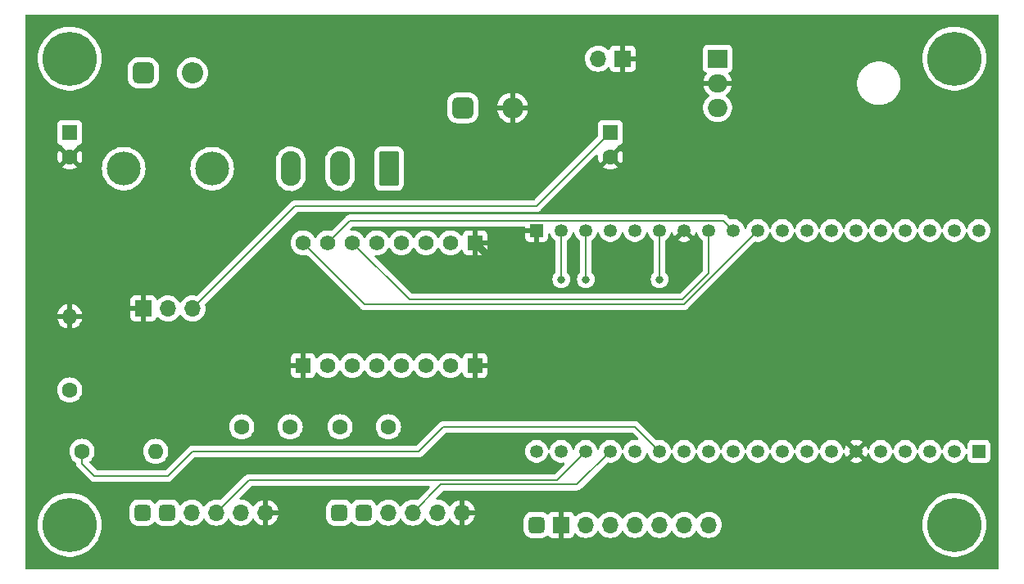
<source format=gbl>
G04 #@! TF.GenerationSoftware,KiCad,Pcbnew,7.0.1*
G04 #@! TF.CreationDate,2023-04-20T15:53:33+01:00*
G04 #@! TF.ProjectId,SelfBalancingRobot,53656c66-4261-46c6-916e-63696e67526f,rev?*
G04 #@! TF.SameCoordinates,Original*
G04 #@! TF.FileFunction,Copper,L2,Bot*
G04 #@! TF.FilePolarity,Positive*
%FSLAX46Y46*%
G04 Gerber Fmt 4.6, Leading zero omitted, Abs format (unit mm)*
G04 Created by KiCad (PCBNEW 7.0.1) date 2023-04-20 15:53:33*
%MOMM*%
%LPD*%
G01*
G04 APERTURE LIST*
G04 Aperture macros list*
%AMRoundRect*
0 Rectangle with rounded corners*
0 $1 Rounding radius*
0 $2 $3 $4 $5 $6 $7 $8 $9 X,Y pos of 4 corners*
0 Add a 4 corners polygon primitive as box body*
4,1,4,$2,$3,$4,$5,$6,$7,$8,$9,$2,$3,0*
0 Add four circle primitives for the rounded corners*
1,1,$1+$1,$2,$3*
1,1,$1+$1,$4,$5*
1,1,$1+$1,$6,$7*
1,1,$1+$1,$8,$9*
0 Add four rect primitives between the rounded corners*
20,1,$1+$1,$2,$3,$4,$5,0*
20,1,$1+$1,$4,$5,$6,$7,0*
20,1,$1+$1,$6,$7,$8,$9,0*
20,1,$1+$1,$8,$9,$2,$3,0*%
G04 Aperture macros list end*
G04 #@! TA.AperFunction,ComponentPad*
%ADD10O,3.500000X3.500000*%
G04 #@! TD*
G04 #@! TA.AperFunction,ComponentPad*
%ADD11R,1.700000X1.700000*%
G04 #@! TD*
G04 #@! TA.AperFunction,ComponentPad*
%ADD12O,1.700000X1.700000*%
G04 #@! TD*
G04 #@! TA.AperFunction,ComponentPad*
%ADD13O,2.200000X2.200000*%
G04 #@! TD*
G04 #@! TA.AperFunction,ComponentPad*
%ADD14RoundRect,0.550000X0.550000X-0.550000X0.550000X0.550000X-0.550000X0.550000X-0.550000X-0.550000X0*%
G04 #@! TD*
G04 #@! TA.AperFunction,ComponentPad*
%ADD15RoundRect,0.550000X-0.550000X0.550000X-0.550000X-0.550000X0.550000X-0.550000X0.550000X0.550000X0*%
G04 #@! TD*
G04 #@! TA.AperFunction,ComponentPad*
%ADD16RoundRect,0.249999X0.790001X1.550001X-0.790001X1.550001X-0.790001X-1.550001X0.790001X-1.550001X0*%
G04 #@! TD*
G04 #@! TA.AperFunction,ComponentPad*
%ADD17O,2.080000X3.600000*%
G04 #@! TD*
G04 #@! TA.AperFunction,ComponentPad*
%ADD18O,1.600000X1.600000*%
G04 #@! TD*
G04 #@! TA.AperFunction,ComponentPad*
%ADD19C,1.600000*%
G04 #@! TD*
G04 #@! TA.AperFunction,ComponentPad*
%ADD20R,2.000000X1.905000*%
G04 #@! TD*
G04 #@! TA.AperFunction,ComponentPad*
%ADD21O,2.000000X1.905000*%
G04 #@! TD*
G04 #@! TA.AperFunction,ComponentPad*
%ADD22C,3.600000*%
G04 #@! TD*
G04 #@! TA.AperFunction,ConnectorPad*
%ADD23C,5.600000*%
G04 #@! TD*
G04 #@! TA.AperFunction,ComponentPad*
%ADD24R,1.600000X1.600000*%
G04 #@! TD*
G04 #@! TA.AperFunction,ComponentPad*
%ADD25RoundRect,0.425000X0.425000X-0.425000X0.425000X0.425000X-0.425000X0.425000X-0.425000X-0.425000X0*%
G04 #@! TD*
G04 #@! TA.AperFunction,ComponentPad*
%ADD26R,1.560000X1.560000*%
G04 #@! TD*
G04 #@! TA.AperFunction,ComponentPad*
%ADD27C,1.560000*%
G04 #@! TD*
G04 #@! TA.AperFunction,ComponentPad*
%ADD28R,1.350000X1.350000*%
G04 #@! TD*
G04 #@! TA.AperFunction,ComponentPad*
%ADD29C,1.350000*%
G04 #@! TD*
G04 #@! TA.AperFunction,ViaPad*
%ADD30C,0.800000*%
G04 #@! TD*
G04 #@! TA.AperFunction,Conductor*
%ADD31C,0.800000*%
G04 #@! TD*
G04 #@! TA.AperFunction,Conductor*
%ADD32C,0.200000*%
G04 #@! TD*
G04 APERTURE END LIST*
D10*
X112268000Y-85042000D03*
X121412000Y-85042000D03*
D11*
X114300000Y-99520000D03*
D12*
X116840000Y-99520000D03*
X119380000Y-99520000D03*
D13*
X119380000Y-75136000D03*
D14*
X114300000Y-75136000D03*
D13*
X152460000Y-78740000D03*
D15*
X147320000Y-78740000D03*
D11*
X163830000Y-73660000D03*
D12*
X161290000Y-73660000D03*
D16*
X139700000Y-85057500D03*
D17*
X134620000Y-85057500D03*
X129540000Y-85057500D03*
D18*
X106680000Y-100330000D03*
D19*
X106680000Y-107950000D03*
X107950000Y-114300000D03*
D18*
X115570000Y-114300000D03*
D20*
X173650000Y-73660000D03*
D21*
X173650000Y-76200000D03*
X173650000Y-78740000D03*
D22*
X106680000Y-121920000D03*
D23*
X106680000Y-121920000D03*
D24*
X106680000Y-81320000D03*
D19*
X106680000Y-83820000D03*
D22*
X198120000Y-73660000D03*
D23*
X198120000Y-73660000D03*
D25*
X134540000Y-120650000D03*
X137080000Y-120650000D03*
D12*
X139620000Y-120650000D03*
X142160000Y-120650000D03*
X144700000Y-120650000D03*
X147240000Y-120650000D03*
D26*
X130810000Y-105410000D03*
D27*
X133350000Y-105410000D03*
X135890000Y-105410000D03*
X138430000Y-105410000D03*
X140970000Y-105410000D03*
X143510000Y-105410000D03*
X146050000Y-105410000D03*
D26*
X148590000Y-105410000D03*
X148590000Y-92710000D03*
D27*
X146050000Y-92710000D03*
X143510000Y-92710000D03*
X140970000Y-92710000D03*
X138430000Y-92710000D03*
X135890000Y-92710000D03*
X133350000Y-92710000D03*
X130810000Y-92710000D03*
D19*
X124460000Y-111760000D03*
X129460000Y-111760000D03*
D22*
X198120000Y-121920000D03*
D23*
X198120000Y-121920000D03*
D19*
X134620000Y-111760000D03*
X139620000Y-111760000D03*
D25*
X114220000Y-120650000D03*
X116760000Y-120650000D03*
D12*
X119300000Y-120650000D03*
X121840000Y-120650000D03*
X124380000Y-120650000D03*
X126920000Y-120650000D03*
X170180000Y-121920000D03*
D11*
X157480000Y-121920000D03*
D12*
X172720000Y-121920000D03*
X160020000Y-121920000D03*
X162560000Y-121920000D03*
D25*
X154940000Y-121920000D03*
D12*
X167640000Y-121920000D03*
X165100000Y-121920000D03*
D22*
X106680000Y-73660000D03*
D23*
X106680000Y-73660000D03*
D28*
X154940000Y-91440000D03*
D29*
X157480000Y-91440000D03*
X160020000Y-91440000D03*
X162560000Y-91440000D03*
X165100000Y-91440000D03*
X167640000Y-91440000D03*
X170180000Y-91440000D03*
X172720000Y-91440000D03*
X175260000Y-91440000D03*
X177800000Y-91440000D03*
X180340000Y-91440000D03*
X182880000Y-91440000D03*
X185420000Y-91440000D03*
X187960000Y-91440000D03*
X190500000Y-91440000D03*
X193040000Y-91440000D03*
X195580000Y-91440000D03*
X198120000Y-91440000D03*
X200660000Y-91440000D03*
D28*
X200660000Y-114300000D03*
D29*
X198120000Y-114300000D03*
X195580000Y-114300000D03*
X193040000Y-114300000D03*
X190500000Y-114300000D03*
X187960000Y-114300000D03*
X185420000Y-114300000D03*
X182880000Y-114300000D03*
X180340000Y-114300000D03*
X177800000Y-114300000D03*
X175260000Y-114300000D03*
X172720000Y-114300000D03*
X170180000Y-114300000D03*
X167640000Y-114300000D03*
X165100000Y-114300000D03*
X162560000Y-114300000D03*
X160020000Y-114300000D03*
X157480000Y-114300000D03*
X154940000Y-114300000D03*
D24*
X162560000Y-81320000D03*
D19*
X162560000Y-83820000D03*
D30*
X149860000Y-96520000D03*
X167640000Y-96520000D03*
X160020000Y-96520000D03*
X157480000Y-96520000D03*
D31*
X149860000Y-96520000D02*
X149860000Y-93980000D01*
X149860000Y-93980000D02*
X148590000Y-92710000D01*
D32*
X142160000Y-120650000D02*
X145062000Y-117748000D01*
X145062000Y-117748000D02*
X159112000Y-117748000D01*
X159112000Y-117748000D02*
X162560000Y-114300000D01*
X121840000Y-120650000D02*
X125196000Y-117294000D01*
X125196000Y-117294000D02*
X157026000Y-117294000D01*
X157026000Y-117294000D02*
X160020000Y-114300000D01*
X107950000Y-114300000D02*
X107950000Y-115570000D01*
X119380000Y-114300000D02*
X142782387Y-114300000D01*
X107950000Y-115570000D02*
X109220000Y-116840000D01*
X109220000Y-116840000D02*
X116840000Y-116840000D01*
X116840000Y-116840000D02*
X119380000Y-114300000D01*
X142782387Y-114300000D02*
X145322387Y-111760000D01*
X145322387Y-111760000D02*
X165100000Y-111760000D01*
X165100000Y-111760000D02*
X167640000Y-114300000D01*
X167640000Y-96520000D02*
X167640000Y-91440000D01*
X160020000Y-96520000D02*
X160020000Y-91440000D01*
X157480000Y-91440000D02*
X157480000Y-96520000D01*
X135890000Y-92710000D02*
X141786000Y-98606000D01*
X141786000Y-98606000D02*
X169991948Y-98606000D01*
X169991948Y-98606000D02*
X172720000Y-95877948D01*
X172720000Y-95877948D02*
X172720000Y-91440000D01*
X130810000Y-92710000D02*
X137160000Y-99060000D01*
X137160000Y-99060000D02*
X170180000Y-99060000D01*
X170180000Y-99060000D02*
X177800000Y-91440000D01*
X174231000Y-90411000D02*
X175260000Y-91440000D01*
X135649000Y-90411000D02*
X174231000Y-90411000D01*
X133350000Y-92710000D02*
X135649000Y-90411000D01*
X162560000Y-81320000D02*
X162520000Y-81320000D01*
X162520000Y-81320000D02*
X154940000Y-88900000D01*
X154940000Y-88900000D02*
X130000000Y-88900000D01*
X130000000Y-88900000D02*
X119380000Y-99520000D01*
G04 #@! TA.AperFunction,Conductor*
G36*
X153703000Y-91028113D02*
G01*
X153748387Y-91073500D01*
X153765000Y-91135500D01*
X153765000Y-91190000D01*
X155066000Y-91190000D01*
X155128000Y-91206613D01*
X155173387Y-91252000D01*
X155190000Y-91314000D01*
X155190000Y-92615000D01*
X155662824Y-92615000D01*
X155722375Y-92608597D01*
X155857089Y-92558352D01*
X155972188Y-92472188D01*
X156058352Y-92357089D01*
X156108597Y-92222375D01*
X156115000Y-92162824D01*
X156115000Y-91826879D01*
X156128864Y-91769905D01*
X156167356Y-91725671D01*
X156221869Y-91704068D01*
X156280212Y-91709928D01*
X156329340Y-91741940D01*
X156358266Y-91792945D01*
X156379181Y-91866457D01*
X156476287Y-92061471D01*
X156607573Y-92235323D01*
X156768565Y-92382086D01*
X156820778Y-92414415D01*
X156863829Y-92459503D01*
X156879500Y-92519842D01*
X156879500Y-95793547D01*
X156871264Y-95837985D01*
X156847650Y-95876519D01*
X156747466Y-95987783D01*
X156652820Y-96151715D01*
X156594326Y-96331742D01*
X156574540Y-96519999D01*
X156594326Y-96708257D01*
X156652820Y-96888284D01*
X156747466Y-97052216D01*
X156874129Y-97192889D01*
X157027269Y-97304151D01*
X157200197Y-97381144D01*
X157385352Y-97420500D01*
X157385354Y-97420500D01*
X157574646Y-97420500D01*
X157574648Y-97420500D01*
X157698083Y-97394262D01*
X157759803Y-97381144D01*
X157932730Y-97304151D01*
X158085871Y-97192888D01*
X158212533Y-97052216D01*
X158307179Y-96888284D01*
X158365674Y-96708256D01*
X158385460Y-96520000D01*
X158365674Y-96331744D01*
X158307179Y-96151716D01*
X158307179Y-96151715D01*
X158212533Y-95987783D01*
X158112350Y-95876519D01*
X158088736Y-95837985D01*
X158080500Y-95793547D01*
X158080500Y-92519842D01*
X158096171Y-92459503D01*
X158139222Y-92414415D01*
X158140841Y-92413412D01*
X158191432Y-92382088D01*
X158352427Y-92235322D01*
X158483712Y-92061472D01*
X158580817Y-91866459D01*
X158580869Y-91866278D01*
X158630734Y-91691020D01*
X158663133Y-91636466D01*
X158718275Y-91605081D01*
X158781725Y-91605081D01*
X158836867Y-91636466D01*
X158869266Y-91691020D01*
X158919181Y-91866457D01*
X159016287Y-92061471D01*
X159147573Y-92235323D01*
X159308565Y-92382086D01*
X159360778Y-92414415D01*
X159403829Y-92459503D01*
X159419500Y-92519842D01*
X159419500Y-95793547D01*
X159411264Y-95837985D01*
X159387650Y-95876519D01*
X159287466Y-95987783D01*
X159192820Y-96151715D01*
X159134326Y-96331742D01*
X159114540Y-96519999D01*
X159134326Y-96708257D01*
X159192820Y-96888284D01*
X159287466Y-97052216D01*
X159414129Y-97192889D01*
X159567269Y-97304151D01*
X159740197Y-97381144D01*
X159925352Y-97420500D01*
X159925354Y-97420500D01*
X160114646Y-97420500D01*
X160114648Y-97420500D01*
X160238083Y-97394262D01*
X160299803Y-97381144D01*
X160472730Y-97304151D01*
X160625871Y-97192888D01*
X160752533Y-97052216D01*
X160847179Y-96888284D01*
X160905674Y-96708256D01*
X160925460Y-96520000D01*
X160905674Y-96331744D01*
X160847179Y-96151716D01*
X160847179Y-96151715D01*
X160752533Y-95987783D01*
X160652350Y-95876519D01*
X160628736Y-95837985D01*
X160620500Y-95793547D01*
X160620500Y-92519842D01*
X160636171Y-92459503D01*
X160679222Y-92414415D01*
X160680841Y-92413412D01*
X160731432Y-92382088D01*
X160892427Y-92235322D01*
X161023712Y-92061472D01*
X161120817Y-91866459D01*
X161120869Y-91866278D01*
X161170734Y-91691020D01*
X161203133Y-91636466D01*
X161258275Y-91605081D01*
X161321725Y-91605081D01*
X161376867Y-91636466D01*
X161409266Y-91691020D01*
X161459181Y-91866457D01*
X161556287Y-92061471D01*
X161687573Y-92235323D01*
X161796089Y-92334247D01*
X161848568Y-92382088D01*
X161900778Y-92414415D01*
X162033791Y-92496773D01*
X162192745Y-92558352D01*
X162236931Y-92575470D01*
X162451074Y-92615500D01*
X162668924Y-92615500D01*
X162668926Y-92615500D01*
X162883069Y-92575470D01*
X163026660Y-92519842D01*
X163086208Y-92496773D01*
X163086210Y-92496772D01*
X163271432Y-92382088D01*
X163432427Y-92235322D01*
X163563712Y-92061472D01*
X163660817Y-91866459D01*
X163660869Y-91866278D01*
X163710734Y-91691020D01*
X163743133Y-91636466D01*
X163798275Y-91605081D01*
X163861725Y-91605081D01*
X163916867Y-91636466D01*
X163949266Y-91691020D01*
X163999181Y-91866457D01*
X164096287Y-92061471D01*
X164227573Y-92235323D01*
X164336089Y-92334247D01*
X164388568Y-92382088D01*
X164440778Y-92414415D01*
X164573791Y-92496773D01*
X164732745Y-92558352D01*
X164776931Y-92575470D01*
X164991074Y-92615500D01*
X165208924Y-92615500D01*
X165208926Y-92615500D01*
X165423069Y-92575470D01*
X165566660Y-92519842D01*
X165626208Y-92496773D01*
X165626210Y-92496772D01*
X165811432Y-92382088D01*
X165972427Y-92235322D01*
X166103712Y-92061472D01*
X166200817Y-91866459D01*
X166200869Y-91866278D01*
X166250734Y-91691020D01*
X166283133Y-91636466D01*
X166338275Y-91605081D01*
X166401725Y-91605081D01*
X166456867Y-91636466D01*
X166489266Y-91691020D01*
X166539181Y-91866457D01*
X166636287Y-92061471D01*
X166767573Y-92235323D01*
X166928565Y-92382086D01*
X166980778Y-92414415D01*
X167023829Y-92459503D01*
X167039500Y-92519842D01*
X167039500Y-95793547D01*
X167031264Y-95837985D01*
X167007650Y-95876519D01*
X166907466Y-95987783D01*
X166812820Y-96151715D01*
X166754326Y-96331742D01*
X166734540Y-96519999D01*
X166754326Y-96708257D01*
X166812820Y-96888284D01*
X166907466Y-97052216D01*
X167034129Y-97192889D01*
X167187269Y-97304151D01*
X167360197Y-97381144D01*
X167545352Y-97420500D01*
X167545354Y-97420500D01*
X167734646Y-97420500D01*
X167734648Y-97420500D01*
X167858083Y-97394262D01*
X167919803Y-97381144D01*
X168092730Y-97304151D01*
X168245871Y-97192888D01*
X168372533Y-97052216D01*
X168467179Y-96888284D01*
X168525674Y-96708256D01*
X168545460Y-96520000D01*
X168525674Y-96331744D01*
X168467179Y-96151716D01*
X168467179Y-96151715D01*
X168372533Y-95987783D01*
X168272350Y-95876519D01*
X168248736Y-95837985D01*
X168240500Y-95793547D01*
X168240500Y-92519842D01*
X168256171Y-92459503D01*
X168285564Y-92428719D01*
X169544831Y-92428719D01*
X169654013Y-92496322D01*
X169857068Y-92574986D01*
X170071122Y-92615000D01*
X170288878Y-92615000D01*
X170502931Y-92574986D01*
X170705988Y-92496322D01*
X170815166Y-92428720D01*
X170815166Y-92428719D01*
X170180001Y-91793553D01*
X170180000Y-91793553D01*
X169544831Y-92428719D01*
X168285564Y-92428719D01*
X168299222Y-92414415D01*
X168300841Y-92413412D01*
X168351432Y-92382088D01*
X168512427Y-92235322D01*
X168643712Y-92061472D01*
X168740817Y-91866459D01*
X168790994Y-91690104D01*
X168823391Y-91635555D01*
X168878534Y-91604169D01*
X168941983Y-91604169D01*
X168997126Y-91635554D01*
X169029525Y-91690107D01*
X169079651Y-91866278D01*
X169176712Y-92061204D01*
X169188987Y-92077459D01*
X170092318Y-91174128D01*
X170147905Y-91142034D01*
X170212093Y-91142034D01*
X170267680Y-91174128D01*
X171171011Y-92077459D01*
X171171012Y-92077459D01*
X171183285Y-92061208D01*
X171280349Y-91866277D01*
X171330474Y-91690108D01*
X171362873Y-91635554D01*
X171418015Y-91604169D01*
X171481464Y-91604169D01*
X171536607Y-91635554D01*
X171569006Y-91690108D01*
X171619181Y-91866457D01*
X171716287Y-92061471D01*
X171847573Y-92235323D01*
X172008565Y-92382086D01*
X172060778Y-92414415D01*
X172103829Y-92459503D01*
X172119500Y-92519842D01*
X172119500Y-95577851D01*
X172110061Y-95625304D01*
X172083181Y-95665532D01*
X169779532Y-97969181D01*
X169739304Y-97996061D01*
X169691851Y-98005500D01*
X142086097Y-98005500D01*
X142038644Y-97996061D01*
X141998416Y-97969181D01*
X138226662Y-94197427D01*
X138195761Y-94146000D01*
X138192621Y-94086086D01*
X138217977Y-94031710D01*
X138265893Y-93995603D01*
X138325151Y-93986218D01*
X138430000Y-93995391D01*
X138653206Y-93975863D01*
X138869630Y-93917872D01*
X139072696Y-93823181D01*
X139256233Y-93694667D01*
X139414667Y-93536233D01*
X139543181Y-93352696D01*
X139587618Y-93257399D01*
X139633375Y-93205224D01*
X139700000Y-93185805D01*
X139766625Y-93205224D01*
X139812381Y-93257399D01*
X139856819Y-93352696D01*
X139985333Y-93536233D01*
X140143767Y-93694667D01*
X140327304Y-93823181D01*
X140530370Y-93917872D01*
X140746794Y-93975863D01*
X140970000Y-93995391D01*
X141193206Y-93975863D01*
X141409630Y-93917872D01*
X141612696Y-93823181D01*
X141796233Y-93694667D01*
X141954667Y-93536233D01*
X142083181Y-93352696D01*
X142127618Y-93257399D01*
X142173375Y-93205224D01*
X142240000Y-93185805D01*
X142306625Y-93205224D01*
X142352381Y-93257399D01*
X142396819Y-93352696D01*
X142525333Y-93536233D01*
X142683767Y-93694667D01*
X142867304Y-93823181D01*
X143070370Y-93917872D01*
X143286794Y-93975863D01*
X143510000Y-93995391D01*
X143733206Y-93975863D01*
X143949630Y-93917872D01*
X144152696Y-93823181D01*
X144336233Y-93694667D01*
X144494667Y-93536233D01*
X144623181Y-93352696D01*
X144667618Y-93257399D01*
X144713375Y-93205224D01*
X144780000Y-93185805D01*
X144846625Y-93205224D01*
X144892381Y-93257399D01*
X144936819Y-93352696D01*
X145065333Y-93536233D01*
X145223767Y-93694667D01*
X145407304Y-93823181D01*
X145610370Y-93917872D01*
X145826794Y-93975863D01*
X146050000Y-93995391D01*
X146273206Y-93975863D01*
X146489630Y-93917872D01*
X146692696Y-93823181D01*
X146876233Y-93694667D01*
X147034667Y-93536233D01*
X147084427Y-93465168D01*
X147131642Y-93424843D01*
X147192490Y-93412464D01*
X147251710Y-93431136D01*
X147294453Y-93476178D01*
X147308704Y-93531282D01*
X147309290Y-93531220D01*
X147309718Y-93535205D01*
X147310000Y-93536294D01*
X147310000Y-93537824D01*
X147316402Y-93597375D01*
X147366647Y-93732089D01*
X147452811Y-93847188D01*
X147567910Y-93933352D01*
X147702624Y-93983597D01*
X147762176Y-93990000D01*
X148340000Y-93990000D01*
X148340000Y-92960000D01*
X148840000Y-92960000D01*
X148840000Y-93990000D01*
X149417824Y-93990000D01*
X149477375Y-93983597D01*
X149612089Y-93933352D01*
X149727188Y-93847188D01*
X149813352Y-93732089D01*
X149863597Y-93597375D01*
X149870000Y-93537824D01*
X149870000Y-92960000D01*
X148840000Y-92960000D01*
X148340000Y-92960000D01*
X148340000Y-91430000D01*
X148840000Y-91430000D01*
X148840000Y-92460000D01*
X149870000Y-92460000D01*
X149870000Y-91882176D01*
X149863597Y-91822624D01*
X149814132Y-91690000D01*
X153765000Y-91690000D01*
X153765000Y-92162824D01*
X153771402Y-92222375D01*
X153821647Y-92357089D01*
X153907811Y-92472188D01*
X154022910Y-92558352D01*
X154157624Y-92608597D01*
X154217176Y-92615000D01*
X154690000Y-92615000D01*
X154690000Y-91690000D01*
X153765000Y-91690000D01*
X149814132Y-91690000D01*
X149813352Y-91687910D01*
X149727188Y-91572811D01*
X149612089Y-91486647D01*
X149477375Y-91436402D01*
X149417824Y-91430000D01*
X148840000Y-91430000D01*
X148340000Y-91430000D01*
X147762176Y-91430000D01*
X147702624Y-91436402D01*
X147567910Y-91486647D01*
X147452811Y-91572811D01*
X147366647Y-91687910D01*
X147316402Y-91822624D01*
X147310000Y-91882176D01*
X147310000Y-91883706D01*
X147309718Y-91884794D01*
X147309290Y-91888780D01*
X147308704Y-91888717D01*
X147294453Y-91943822D01*
X147251710Y-91988864D01*
X147192490Y-92007536D01*
X147131642Y-91995157D01*
X147084426Y-91954831D01*
X147034667Y-91883767D01*
X146876233Y-91725333D01*
X146692696Y-91596819D01*
X146570693Y-91539928D01*
X146489631Y-91502128D01*
X146273203Y-91444136D01*
X146050000Y-91424608D01*
X145826796Y-91444136D01*
X145610368Y-91502128D01*
X145407304Y-91596819D01*
X145223766Y-91725333D01*
X145065333Y-91883766D01*
X144936819Y-92067304D01*
X144892382Y-92162600D01*
X144846625Y-92214776D01*
X144780000Y-92234195D01*
X144713375Y-92214776D01*
X144667618Y-92162600D01*
X144660531Y-92147403D01*
X144623181Y-92067305D01*
X144494667Y-91883767D01*
X144336233Y-91725333D01*
X144152696Y-91596819D01*
X144030693Y-91539928D01*
X143949631Y-91502128D01*
X143733203Y-91444136D01*
X143510000Y-91424608D01*
X143286796Y-91444136D01*
X143070368Y-91502128D01*
X142867304Y-91596819D01*
X142683766Y-91725333D01*
X142525333Y-91883766D01*
X142396819Y-92067304D01*
X142352382Y-92162600D01*
X142306625Y-92214776D01*
X142240000Y-92234195D01*
X142173375Y-92214776D01*
X142127618Y-92162600D01*
X142120531Y-92147403D01*
X142083181Y-92067305D01*
X141954667Y-91883767D01*
X141796233Y-91725333D01*
X141612696Y-91596819D01*
X141490693Y-91539928D01*
X141409631Y-91502128D01*
X141193203Y-91444136D01*
X140970000Y-91424608D01*
X140746796Y-91444136D01*
X140530368Y-91502128D01*
X140327304Y-91596819D01*
X140143766Y-91725333D01*
X139985333Y-91883766D01*
X139856819Y-92067304D01*
X139812382Y-92162600D01*
X139766625Y-92214776D01*
X139700000Y-92234195D01*
X139633375Y-92214776D01*
X139587618Y-92162600D01*
X139580531Y-92147403D01*
X139543181Y-92067305D01*
X139414667Y-91883767D01*
X139256233Y-91725333D01*
X139072696Y-91596819D01*
X138950693Y-91539928D01*
X138869631Y-91502128D01*
X138653203Y-91444136D01*
X138430000Y-91424608D01*
X138206796Y-91444136D01*
X137990368Y-91502128D01*
X137787304Y-91596819D01*
X137603766Y-91725333D01*
X137445333Y-91883766D01*
X137316819Y-92067304D01*
X137272382Y-92162600D01*
X137226625Y-92214776D01*
X137160000Y-92234195D01*
X137093375Y-92214776D01*
X137047618Y-92162600D01*
X137040531Y-92147403D01*
X137003181Y-92067305D01*
X136874667Y-91883767D01*
X136716233Y-91725333D01*
X136532696Y-91596819D01*
X136410693Y-91539928D01*
X136329631Y-91502128D01*
X136113203Y-91444136D01*
X135889999Y-91424608D01*
X135785149Y-91433781D01*
X135725891Y-91424395D01*
X135677975Y-91388288D01*
X135652620Y-91333913D01*
X135655760Y-91273998D01*
X135686657Y-91222577D01*
X135861418Y-91047816D01*
X135901645Y-91020939D01*
X135949097Y-91011500D01*
X153641000Y-91011500D01*
X153703000Y-91028113D01*
G37*
G04 #@! TD.AperFunction*
G04 #@! TA.AperFunction,Conductor*
G36*
X202637500Y-69097113D02*
G01*
X202682887Y-69142500D01*
X202699500Y-69204500D01*
X202699500Y-126375500D01*
X202682887Y-126437500D01*
X202637500Y-126482887D01*
X202575500Y-126499500D01*
X102224500Y-126499500D01*
X102162500Y-126482887D01*
X102117113Y-126437500D01*
X102100500Y-126375500D01*
X102100500Y-121920000D01*
X103374651Y-121920000D01*
X103394027Y-122277364D01*
X103394027Y-122277369D01*
X103394028Y-122277371D01*
X103411454Y-122383663D01*
X103451930Y-122630559D01*
X103547674Y-122975401D01*
X103680146Y-123307881D01*
X103847786Y-123624080D01*
X104048636Y-123920313D01*
X104280332Y-124193086D01*
X104540161Y-124439210D01*
X104825081Y-124655800D01*
X105131747Y-124840315D01*
X105456565Y-124990591D01*
X105795726Y-125104868D01*
X106145254Y-125181805D01*
X106466151Y-125216704D01*
X106501051Y-125220500D01*
X106501052Y-125220500D01*
X106858948Y-125220500D01*
X106858949Y-125220500D01*
X106890730Y-125217043D01*
X107214746Y-125181805D01*
X107564274Y-125104868D01*
X107903435Y-124990591D01*
X108228253Y-124840315D01*
X108534919Y-124655800D01*
X108819837Y-124439211D01*
X109079668Y-124193086D01*
X109311365Y-123920311D01*
X109512211Y-123624085D01*
X109604597Y-123449826D01*
X109679853Y-123307881D01*
X109812325Y-122975401D01*
X109908069Y-122630559D01*
X109908068Y-122630559D01*
X109908071Y-122630552D01*
X109944265Y-122409775D01*
X153589500Y-122409775D01*
X153595859Y-122490577D01*
X153646211Y-122678495D01*
X153646212Y-122678496D01*
X153734535Y-122851840D01*
X153856968Y-123003032D01*
X154008160Y-123125465D01*
X154181504Y-123213788D01*
X154369422Y-123264141D01*
X154450222Y-123270500D01*
X155429775Y-123270500D01*
X155429778Y-123270500D01*
X155510578Y-123264141D01*
X155698496Y-123213788D01*
X155871840Y-123125465D01*
X156020571Y-123005024D01*
X156080762Y-122978682D01*
X156145966Y-122986793D01*
X156197871Y-123027081D01*
X156272811Y-123127189D01*
X156387910Y-123213352D01*
X156522624Y-123263597D01*
X156582176Y-123270000D01*
X157230000Y-123270000D01*
X157730000Y-123270000D01*
X158377824Y-123270000D01*
X158437375Y-123263597D01*
X158572089Y-123213352D01*
X158687188Y-123127188D01*
X158773352Y-123012089D01*
X158822422Y-122880528D01*
X158857401Y-122830149D01*
X158912246Y-122802696D01*
X158973539Y-122804885D01*
X159026285Y-122836180D01*
X159148599Y-122958495D01*
X159342170Y-123094035D01*
X159556337Y-123193903D01*
X159784592Y-123255063D01*
X160020000Y-123275659D01*
X160255408Y-123255063D01*
X160483663Y-123193903D01*
X160697830Y-123094035D01*
X160891401Y-122958495D01*
X161058495Y-122791401D01*
X161188426Y-122605839D01*
X161232743Y-122566975D01*
X161290000Y-122552964D01*
X161347257Y-122566975D01*
X161391573Y-122605839D01*
X161521505Y-122791401D01*
X161688599Y-122958495D01*
X161882170Y-123094035D01*
X162096337Y-123193903D01*
X162324592Y-123255063D01*
X162560000Y-123275659D01*
X162795408Y-123255063D01*
X163023663Y-123193903D01*
X163237830Y-123094035D01*
X163431401Y-122958495D01*
X163598495Y-122791401D01*
X163728426Y-122605839D01*
X163772743Y-122566975D01*
X163830000Y-122552964D01*
X163887257Y-122566975D01*
X163931573Y-122605839D01*
X164061505Y-122791401D01*
X164228599Y-122958495D01*
X164422170Y-123094035D01*
X164636337Y-123193903D01*
X164864592Y-123255063D01*
X165100000Y-123275659D01*
X165335408Y-123255063D01*
X165563663Y-123193903D01*
X165777830Y-123094035D01*
X165971401Y-122958495D01*
X166138495Y-122791401D01*
X166268426Y-122605839D01*
X166312743Y-122566975D01*
X166370000Y-122552964D01*
X166427257Y-122566975D01*
X166471573Y-122605839D01*
X166601505Y-122791401D01*
X166768599Y-122958495D01*
X166962170Y-123094035D01*
X167176337Y-123193903D01*
X167404592Y-123255063D01*
X167640000Y-123275659D01*
X167875408Y-123255063D01*
X168103663Y-123193903D01*
X168317830Y-123094035D01*
X168511401Y-122958495D01*
X168678495Y-122791401D01*
X168808426Y-122605839D01*
X168852743Y-122566975D01*
X168910000Y-122552964D01*
X168967257Y-122566975D01*
X169011573Y-122605839D01*
X169141505Y-122791401D01*
X169308599Y-122958495D01*
X169502170Y-123094035D01*
X169716337Y-123193903D01*
X169944592Y-123255063D01*
X170180000Y-123275659D01*
X170415408Y-123255063D01*
X170643663Y-123193903D01*
X170857830Y-123094035D01*
X171051401Y-122958495D01*
X171218495Y-122791401D01*
X171348426Y-122605839D01*
X171392743Y-122566975D01*
X171450000Y-122552964D01*
X171507257Y-122566975D01*
X171551573Y-122605839D01*
X171681505Y-122791401D01*
X171848599Y-122958495D01*
X172042170Y-123094035D01*
X172256337Y-123193903D01*
X172484592Y-123255063D01*
X172720000Y-123275659D01*
X172955408Y-123255063D01*
X173183663Y-123193903D01*
X173397830Y-123094035D01*
X173591401Y-122958495D01*
X173758495Y-122791401D01*
X173894035Y-122597830D01*
X173993903Y-122383663D01*
X174055063Y-122155408D01*
X174075659Y-121920000D01*
X194814651Y-121920000D01*
X194834027Y-122277364D01*
X194834027Y-122277369D01*
X194834028Y-122277371D01*
X194851454Y-122383663D01*
X194891930Y-122630559D01*
X194987674Y-122975401D01*
X195120146Y-123307881D01*
X195287786Y-123624080D01*
X195488636Y-123920313D01*
X195720332Y-124193086D01*
X195980161Y-124439210D01*
X196265081Y-124655800D01*
X196571747Y-124840315D01*
X196896565Y-124990591D01*
X197235726Y-125104868D01*
X197585254Y-125181805D01*
X197906151Y-125216704D01*
X197941051Y-125220500D01*
X197941052Y-125220500D01*
X198298948Y-125220500D01*
X198298949Y-125220500D01*
X198330730Y-125217043D01*
X198654746Y-125181805D01*
X199004274Y-125104868D01*
X199343435Y-124990591D01*
X199668253Y-124840315D01*
X199974919Y-124655800D01*
X200259837Y-124439211D01*
X200519668Y-124193086D01*
X200751365Y-123920311D01*
X200952211Y-123624085D01*
X201044597Y-123449826D01*
X201119853Y-123307881D01*
X201252325Y-122975401D01*
X201348069Y-122630559D01*
X201348068Y-122630559D01*
X201348071Y-122630552D01*
X201405972Y-122277371D01*
X201425348Y-121920000D01*
X201405972Y-121562629D01*
X201348071Y-121209448D01*
X201348069Y-121209440D01*
X201252325Y-120864598D01*
X201119853Y-120532118D01*
X200952213Y-120215919D01*
X200952211Y-120215915D01*
X200751365Y-119919689D01*
X200751363Y-119919686D01*
X200519667Y-119646913D01*
X200259838Y-119400789D01*
X199974918Y-119184199D01*
X199668250Y-118999683D01*
X199343439Y-118849411D01*
X199343440Y-118849411D01*
X199343435Y-118849409D01*
X199004274Y-118735132D01*
X199004273Y-118735131D01*
X199004271Y-118735131D01*
X198792189Y-118688448D01*
X198654746Y-118658195D01*
X198476847Y-118638847D01*
X198298949Y-118619500D01*
X198298948Y-118619500D01*
X197941052Y-118619500D01*
X197941051Y-118619500D01*
X197585254Y-118658195D01*
X197235728Y-118735131D01*
X197063283Y-118793234D01*
X196896565Y-118849409D01*
X196896562Y-118849410D01*
X196896560Y-118849411D01*
X196571749Y-118999683D01*
X196265081Y-119184199D01*
X195980161Y-119400789D01*
X195720332Y-119646913D01*
X195488636Y-119919686D01*
X195287786Y-120215919D01*
X195120146Y-120532118D01*
X194987674Y-120864598D01*
X194891930Y-121209440D01*
X194834027Y-121562635D01*
X194814651Y-121920000D01*
X174075659Y-121920000D01*
X174055063Y-121684592D01*
X173993903Y-121456337D01*
X173894035Y-121242171D01*
X173758495Y-121048599D01*
X173591401Y-120881505D01*
X173397830Y-120745965D01*
X173183663Y-120646097D01*
X173109447Y-120626211D01*
X172955407Y-120584936D01*
X172720000Y-120564340D01*
X172484592Y-120584936D01*
X172256336Y-120646097D01*
X172042170Y-120745965D01*
X171848598Y-120881505D01*
X171681505Y-121048598D01*
X171551575Y-121234159D01*
X171507257Y-121273025D01*
X171450000Y-121287036D01*
X171392743Y-121273025D01*
X171348425Y-121234159D01*
X171218494Y-121048598D01*
X171051404Y-120881508D01*
X171051401Y-120881505D01*
X170857830Y-120745965D01*
X170643663Y-120646097D01*
X170569447Y-120626211D01*
X170415407Y-120584936D01*
X170180000Y-120564340D01*
X169944592Y-120584936D01*
X169716336Y-120646097D01*
X169502170Y-120745965D01*
X169308598Y-120881505D01*
X169141505Y-121048598D01*
X169011575Y-121234159D01*
X168967257Y-121273025D01*
X168910000Y-121287036D01*
X168852743Y-121273025D01*
X168808425Y-121234159D01*
X168678494Y-121048598D01*
X168511404Y-120881508D01*
X168511401Y-120881505D01*
X168317830Y-120745965D01*
X168103663Y-120646097D01*
X168029447Y-120626211D01*
X167875407Y-120584936D01*
X167640000Y-120564340D01*
X167404592Y-120584936D01*
X167176336Y-120646097D01*
X166962170Y-120745965D01*
X166768598Y-120881505D01*
X166601505Y-121048598D01*
X166471575Y-121234159D01*
X166427257Y-121273025D01*
X166370000Y-121287036D01*
X166312743Y-121273025D01*
X166268425Y-121234159D01*
X166138494Y-121048598D01*
X165971404Y-120881508D01*
X165971401Y-120881505D01*
X165777830Y-120745965D01*
X165563663Y-120646097D01*
X165489447Y-120626211D01*
X165335407Y-120584936D01*
X165100000Y-120564340D01*
X164864592Y-120584936D01*
X164636336Y-120646097D01*
X164422170Y-120745965D01*
X164228598Y-120881505D01*
X164061505Y-121048598D01*
X163931575Y-121234159D01*
X163887257Y-121273025D01*
X163830000Y-121287036D01*
X163772743Y-121273025D01*
X163728425Y-121234159D01*
X163598494Y-121048598D01*
X163431404Y-120881508D01*
X163431401Y-120881505D01*
X163237830Y-120745965D01*
X163023663Y-120646097D01*
X162949447Y-120626211D01*
X162795407Y-120584936D01*
X162560000Y-120564340D01*
X162324592Y-120584936D01*
X162096336Y-120646097D01*
X161882170Y-120745965D01*
X161688598Y-120881505D01*
X161521505Y-121048598D01*
X161391575Y-121234159D01*
X161347257Y-121273025D01*
X161290000Y-121287036D01*
X161232743Y-121273025D01*
X161188425Y-121234159D01*
X161058494Y-121048598D01*
X160891404Y-120881508D01*
X160891401Y-120881505D01*
X160697830Y-120745965D01*
X160483663Y-120646097D01*
X160409447Y-120626211D01*
X160255407Y-120584936D01*
X160020000Y-120564340D01*
X159784592Y-120584936D01*
X159556336Y-120646097D01*
X159342170Y-120745965D01*
X159148601Y-120881503D01*
X159026285Y-121003819D01*
X158973539Y-121035114D01*
X158912246Y-121037303D01*
X158857401Y-121009850D01*
X158822422Y-120959471D01*
X158773352Y-120827911D01*
X158687188Y-120712811D01*
X158572089Y-120626647D01*
X158437375Y-120576402D01*
X158377824Y-120570000D01*
X157730000Y-120570000D01*
X157730000Y-123270000D01*
X157230000Y-123270000D01*
X157230000Y-120570000D01*
X156582176Y-120570000D01*
X156522624Y-120576402D01*
X156387910Y-120626647D01*
X156272810Y-120712811D01*
X156197871Y-120812918D01*
X156145965Y-120853206D01*
X156080762Y-120861317D01*
X156020568Y-120834973D01*
X156011847Y-120827911D01*
X155871840Y-120714535D01*
X155737523Y-120646097D01*
X155698495Y-120626211D01*
X155512604Y-120576402D01*
X155510578Y-120575859D01*
X155429778Y-120569500D01*
X154450222Y-120569500D01*
X154369422Y-120575858D01*
X154369422Y-120575859D01*
X154181504Y-120626211D01*
X154008159Y-120714535D01*
X153856968Y-120836968D01*
X153734535Y-120988159D01*
X153646211Y-121161504D01*
X153609912Y-121296975D01*
X153595859Y-121349422D01*
X153590414Y-121418616D01*
X153589500Y-121430225D01*
X153589500Y-122409775D01*
X109944265Y-122409775D01*
X109965972Y-122277371D01*
X109985348Y-121920000D01*
X109965972Y-121562629D01*
X109908071Y-121209448D01*
X109908069Y-121209440D01*
X109812325Y-120864598D01*
X109679853Y-120532118D01*
X109512213Y-120215919D01*
X109512211Y-120215915D01*
X109311365Y-119919689D01*
X109311363Y-119919686D01*
X109079667Y-119646913D01*
X108819838Y-119400789D01*
X108534918Y-119184199D01*
X108228250Y-118999683D01*
X107903439Y-118849411D01*
X107903440Y-118849411D01*
X107903435Y-118849409D01*
X107564274Y-118735132D01*
X107564273Y-118735131D01*
X107564271Y-118735131D01*
X107352189Y-118688448D01*
X107214746Y-118658195D01*
X107036847Y-118638847D01*
X106858949Y-118619500D01*
X106858948Y-118619500D01*
X106501052Y-118619500D01*
X106501051Y-118619500D01*
X106145254Y-118658195D01*
X105795728Y-118735131D01*
X105623283Y-118793234D01*
X105456565Y-118849409D01*
X105456562Y-118849410D01*
X105456560Y-118849411D01*
X105131749Y-118999683D01*
X104825081Y-119184199D01*
X104540161Y-119400789D01*
X104280332Y-119646913D01*
X104048636Y-119919686D01*
X103847786Y-120215919D01*
X103680146Y-120532118D01*
X103547674Y-120864598D01*
X103451930Y-121209440D01*
X103394027Y-121562635D01*
X103374651Y-121920000D01*
X102100500Y-121920000D01*
X102100500Y-114299999D01*
X106644531Y-114299999D01*
X106664364Y-114526689D01*
X106723261Y-114746497D01*
X106819432Y-114952735D01*
X106949953Y-115139140D01*
X107110859Y-115300046D01*
X107295516Y-115429343D01*
X107337891Y-115480977D01*
X107347332Y-115547102D01*
X107344317Y-115569998D01*
X107346376Y-115585635D01*
X107348987Y-115605468D01*
X107349500Y-115609360D01*
X107349500Y-115609361D01*
X107364956Y-115726762D01*
X107425463Y-115872840D01*
X107521716Y-115998281D01*
X107546768Y-116017503D01*
X107558964Y-116028199D01*
X108761799Y-117231034D01*
X108772494Y-117243229D01*
X108791717Y-117268282D01*
X108858751Y-117319718D01*
X108917159Y-117364536D01*
X109063238Y-117425044D01*
X109188698Y-117441561D01*
X109219999Y-117445682D01*
X109219999Y-117445681D01*
X109220000Y-117445682D01*
X109251302Y-117441560D01*
X109267487Y-117440500D01*
X116792513Y-117440500D01*
X116808697Y-117441560D01*
X116840000Y-117445682D01*
X116996762Y-117425044D01*
X117142841Y-117364536D01*
X117201249Y-117319718D01*
X117268282Y-117268282D01*
X117287509Y-117243223D01*
X117298190Y-117231043D01*
X119592416Y-114936819D01*
X119632645Y-114909939D01*
X119680098Y-114900500D01*
X142734900Y-114900500D01*
X142751084Y-114901560D01*
X142782387Y-114905682D01*
X142939149Y-114885044D01*
X143085228Y-114824536D01*
X143110202Y-114805373D01*
X143210669Y-114728282D01*
X143229896Y-114703223D01*
X143240577Y-114691043D01*
X145534803Y-112396819D01*
X145575032Y-112369939D01*
X145622485Y-112360500D01*
X164799903Y-112360500D01*
X164847356Y-112369939D01*
X164887584Y-112396819D01*
X165425536Y-112934772D01*
X165457121Y-112988519D01*
X165458561Y-113050843D01*
X165429492Y-113105991D01*
X165377261Y-113140025D01*
X165315071Y-113144341D01*
X165208926Y-113124500D01*
X164991074Y-113124500D01*
X164776931Y-113164530D01*
X164776926Y-113164531D01*
X164573791Y-113243226D01*
X164388567Y-113357912D01*
X164227573Y-113504676D01*
X164096287Y-113678528D01*
X163999181Y-113873542D01*
X163949266Y-114048979D01*
X163916867Y-114103533D01*
X163861725Y-114134918D01*
X163798275Y-114134918D01*
X163743133Y-114103533D01*
X163710734Y-114048979D01*
X163660818Y-113873542D01*
X163563712Y-113678528D01*
X163432426Y-113504676D01*
X163271432Y-113357912D01*
X163086208Y-113243226D01*
X162883073Y-113164531D01*
X162883070Y-113164530D01*
X162883069Y-113164530D01*
X162668926Y-113124500D01*
X162451074Y-113124500D01*
X162236931Y-113164530D01*
X162236926Y-113164531D01*
X162033791Y-113243226D01*
X161848567Y-113357912D01*
X161687573Y-113504676D01*
X161556287Y-113678528D01*
X161459181Y-113873542D01*
X161409266Y-114048979D01*
X161376867Y-114103533D01*
X161321725Y-114134918D01*
X161258275Y-114134918D01*
X161203133Y-114103533D01*
X161170734Y-114048979D01*
X161120818Y-113873542D01*
X161023712Y-113678528D01*
X160892426Y-113504676D01*
X160731432Y-113357912D01*
X160546208Y-113243226D01*
X160343073Y-113164531D01*
X160343070Y-113164530D01*
X160343069Y-113164530D01*
X160128926Y-113124500D01*
X159911074Y-113124500D01*
X159696931Y-113164530D01*
X159696926Y-113164531D01*
X159493791Y-113243226D01*
X159308567Y-113357912D01*
X159147573Y-113504676D01*
X159016287Y-113678528D01*
X158919181Y-113873542D01*
X158869266Y-114048979D01*
X158836867Y-114103533D01*
X158781725Y-114134918D01*
X158718275Y-114134918D01*
X158663133Y-114103533D01*
X158630734Y-114048979D01*
X158580818Y-113873542D01*
X158483712Y-113678528D01*
X158352426Y-113504676D01*
X158191432Y-113357912D01*
X158006208Y-113243226D01*
X157803073Y-113164531D01*
X157803070Y-113164530D01*
X157803069Y-113164530D01*
X157588926Y-113124500D01*
X157371074Y-113124500D01*
X157156931Y-113164530D01*
X157156926Y-113164531D01*
X156953791Y-113243226D01*
X156768567Y-113357912D01*
X156607573Y-113504676D01*
X156476287Y-113678528D01*
X156379181Y-113873542D01*
X156329266Y-114048979D01*
X156296867Y-114103533D01*
X156241725Y-114134918D01*
X156178275Y-114134918D01*
X156123133Y-114103533D01*
X156090734Y-114048979D01*
X156040818Y-113873542D01*
X155943712Y-113678528D01*
X155812426Y-113504676D01*
X155651432Y-113357912D01*
X155466208Y-113243226D01*
X155263073Y-113164531D01*
X155263070Y-113164530D01*
X155263069Y-113164530D01*
X155048926Y-113124500D01*
X154831074Y-113124500D01*
X154616931Y-113164530D01*
X154616926Y-113164531D01*
X154413791Y-113243226D01*
X154228567Y-113357912D01*
X154067573Y-113504676D01*
X153936287Y-113678528D01*
X153839181Y-113873542D01*
X153779564Y-114083074D01*
X153759464Y-114299999D01*
X153779564Y-114516925D01*
X153839181Y-114726457D01*
X153936287Y-114921471D01*
X154067573Y-115095323D01*
X154201410Y-115217330D01*
X154228568Y-115242088D01*
X154303880Y-115288719D01*
X154413791Y-115356773D01*
X154559113Y-115413071D01*
X154616931Y-115435470D01*
X154831074Y-115475500D01*
X155048924Y-115475500D01*
X155048926Y-115475500D01*
X155263069Y-115435470D01*
X155453030Y-115361878D01*
X155466208Y-115356773D01*
X155466210Y-115356772D01*
X155651432Y-115242088D01*
X155812427Y-115095322D01*
X155943712Y-114921472D01*
X156040817Y-114726459D01*
X156040869Y-114726278D01*
X156090734Y-114551020D01*
X156123133Y-114496466D01*
X156178275Y-114465081D01*
X156241725Y-114465081D01*
X156296867Y-114496466D01*
X156329266Y-114551020D01*
X156379181Y-114726457D01*
X156476287Y-114921471D01*
X156607573Y-115095323D01*
X156741410Y-115217330D01*
X156768568Y-115242088D01*
X156843880Y-115288719D01*
X156953791Y-115356773D01*
X157099113Y-115413071D01*
X157156931Y-115435470D01*
X157371074Y-115475500D01*
X157588922Y-115475500D01*
X157588926Y-115475500D01*
X157695075Y-115455657D01*
X157757260Y-115459974D01*
X157809492Y-115494007D01*
X157838561Y-115549156D01*
X157837121Y-115611480D01*
X157805536Y-115665227D01*
X156813584Y-116657181D01*
X156773356Y-116684061D01*
X156725903Y-116693500D01*
X125243487Y-116693500D01*
X125227302Y-116692439D01*
X125223376Y-116691922D01*
X125195999Y-116688317D01*
X125160741Y-116692959D01*
X125156639Y-116693500D01*
X125039237Y-116708956D01*
X124893159Y-116769463D01*
X124767716Y-116865718D01*
X124748494Y-116890770D01*
X124737800Y-116902964D01*
X122323530Y-119317233D01*
X122267943Y-119349327D01*
X122203756Y-119349327D01*
X122075406Y-119314936D01*
X121839999Y-119294340D01*
X121604592Y-119314936D01*
X121376336Y-119376097D01*
X121162170Y-119475965D01*
X120968598Y-119611505D01*
X120801505Y-119778598D01*
X120671575Y-119964159D01*
X120627257Y-120003025D01*
X120570000Y-120017036D01*
X120512743Y-120003025D01*
X120468425Y-119964159D01*
X120417552Y-119891504D01*
X120338495Y-119778599D01*
X120171401Y-119611505D01*
X119977830Y-119475965D01*
X119763663Y-119376097D01*
X119702501Y-119359709D01*
X119535407Y-119314936D01*
X119300000Y-119294340D01*
X119064592Y-119314936D01*
X118836336Y-119376097D01*
X118622170Y-119475965D01*
X118428598Y-119611505D01*
X118261504Y-119778599D01*
X118226346Y-119828810D01*
X118178154Y-119869607D01*
X118116121Y-119881384D01*
X118056331Y-119861087D01*
X118014288Y-119813981D01*
X117965465Y-119718160D01*
X117843032Y-119566968D01*
X117691840Y-119444535D01*
X117518495Y-119356211D01*
X117364453Y-119314936D01*
X117330578Y-119305859D01*
X117249778Y-119299500D01*
X116270222Y-119299500D01*
X116189422Y-119305858D01*
X116189422Y-119305859D01*
X116001504Y-119356211D01*
X115828159Y-119444535D01*
X115676968Y-119566968D01*
X115586366Y-119678852D01*
X115543383Y-119712737D01*
X115490000Y-119724816D01*
X115436617Y-119712737D01*
X115393634Y-119678852D01*
X115367770Y-119646913D01*
X115303032Y-119566968D01*
X115151840Y-119444535D01*
X114978495Y-119356211D01*
X114824453Y-119314936D01*
X114790578Y-119305859D01*
X114709778Y-119299500D01*
X113730222Y-119299500D01*
X113649422Y-119305858D01*
X113649422Y-119305859D01*
X113461504Y-119356211D01*
X113288159Y-119444535D01*
X113136968Y-119566968D01*
X113014535Y-119718159D01*
X112926211Y-119891504D01*
X112875859Y-120079421D01*
X112875859Y-120079422D01*
X112869500Y-120160222D01*
X112869500Y-121139778D01*
X112874983Y-121209448D01*
X112875859Y-121220577D01*
X112926211Y-121408495D01*
X113004750Y-121562635D01*
X113014535Y-121581840D01*
X113136968Y-121733032D01*
X113288160Y-121855465D01*
X113461504Y-121943788D01*
X113649422Y-121994141D01*
X113730222Y-122000500D01*
X114709775Y-122000500D01*
X114709778Y-122000500D01*
X114790578Y-121994141D01*
X114978496Y-121943788D01*
X115151840Y-121855465D01*
X115303032Y-121733032D01*
X115393637Y-121621143D01*
X115436615Y-121587263D01*
X115489998Y-121575183D01*
X115543382Y-121587262D01*
X115586365Y-121621147D01*
X115676968Y-121733032D01*
X115828160Y-121855465D01*
X116001504Y-121943788D01*
X116189422Y-121994141D01*
X116270222Y-122000500D01*
X117249775Y-122000500D01*
X117249778Y-122000500D01*
X117330578Y-121994141D01*
X117518496Y-121943788D01*
X117691840Y-121855465D01*
X117843032Y-121733032D01*
X117965465Y-121581840D01*
X118014288Y-121486018D01*
X118056331Y-121438913D01*
X118116121Y-121418616D01*
X118178154Y-121430393D01*
X118226346Y-121471190D01*
X118261281Y-121521081D01*
X118261505Y-121521401D01*
X118428599Y-121688495D01*
X118622170Y-121824035D01*
X118836337Y-121923903D01*
X119064592Y-121985063D01*
X119300000Y-122005659D01*
X119535408Y-121985063D01*
X119763663Y-121923903D01*
X119977830Y-121824035D01*
X120171401Y-121688495D01*
X120338495Y-121521401D01*
X120468428Y-121335837D01*
X120512742Y-121296975D01*
X120569999Y-121282964D01*
X120627255Y-121296974D01*
X120671573Y-121335839D01*
X120801505Y-121521401D01*
X120968599Y-121688495D01*
X121162170Y-121824035D01*
X121376337Y-121923903D01*
X121604592Y-121985063D01*
X121840000Y-122005659D01*
X122075408Y-121985063D01*
X122303663Y-121923903D01*
X122517830Y-121824035D01*
X122711401Y-121688495D01*
X122878495Y-121521401D01*
X123008428Y-121335837D01*
X123052742Y-121296975D01*
X123109999Y-121282964D01*
X123167255Y-121296974D01*
X123211573Y-121335839D01*
X123341505Y-121521401D01*
X123508599Y-121688495D01*
X123702170Y-121824035D01*
X123916337Y-121923903D01*
X124144592Y-121985063D01*
X124380000Y-122005659D01*
X124615408Y-121985063D01*
X124843663Y-121923903D01*
X125057830Y-121824035D01*
X125251401Y-121688495D01*
X125418495Y-121521401D01*
X125548732Y-121335402D01*
X125593048Y-121296539D01*
X125650305Y-121282528D01*
X125707562Y-121296539D01*
X125751880Y-121335404D01*
X125881893Y-121521081D01*
X126048918Y-121688106D01*
X126242423Y-121823600D01*
X126456507Y-121923430D01*
X126669999Y-121980635D01*
X126670000Y-121980636D01*
X126670000Y-120900000D01*
X127170000Y-120900000D01*
X127170000Y-121980635D01*
X127383492Y-121923430D01*
X127597576Y-121823600D01*
X127791081Y-121688106D01*
X127958106Y-121521081D01*
X128093600Y-121327576D01*
X128193430Y-121113492D01*
X128250636Y-120900000D01*
X127170000Y-120900000D01*
X126670000Y-120900000D01*
X126670000Y-119319364D01*
X127170000Y-119319364D01*
X127170000Y-120400000D01*
X128250636Y-120400000D01*
X128250635Y-120399999D01*
X128193430Y-120186507D01*
X128093599Y-119972421D01*
X127958109Y-119778921D01*
X127791081Y-119611893D01*
X127597576Y-119476399D01*
X127383492Y-119376569D01*
X127170000Y-119319364D01*
X126670000Y-119319364D01*
X126669999Y-119319364D01*
X126456507Y-119376569D01*
X126242421Y-119476400D01*
X126048921Y-119611890D01*
X125881893Y-119778918D01*
X125751880Y-119964596D01*
X125707562Y-120003461D01*
X125650305Y-120017472D01*
X125593048Y-120003461D01*
X125548730Y-119964595D01*
X125517285Y-119919686D01*
X125418495Y-119778599D01*
X125251401Y-119611505D01*
X125057830Y-119475965D01*
X124843663Y-119376097D01*
X124782501Y-119359709D01*
X124615407Y-119314936D01*
X124379997Y-119294340D01*
X124352152Y-119296776D01*
X124292895Y-119287390D01*
X124244980Y-119251283D01*
X124219625Y-119196907D01*
X124222765Y-119136993D01*
X124253664Y-119085569D01*
X125408415Y-117930819D01*
X125448644Y-117903939D01*
X125496097Y-117894500D01*
X143766903Y-117894500D01*
X143823198Y-117908015D01*
X143867221Y-117945615D01*
X143889376Y-117999102D01*
X143884834Y-118056818D01*
X143854584Y-118106181D01*
X142643530Y-119317233D01*
X142587943Y-119349327D01*
X142523756Y-119349327D01*
X142395406Y-119314936D01*
X142159999Y-119294340D01*
X141924592Y-119314936D01*
X141696336Y-119376097D01*
X141482170Y-119475965D01*
X141288598Y-119611505D01*
X141121505Y-119778598D01*
X140991575Y-119964159D01*
X140947257Y-120003025D01*
X140890000Y-120017036D01*
X140832743Y-120003025D01*
X140788425Y-119964159D01*
X140737552Y-119891504D01*
X140658495Y-119778599D01*
X140491401Y-119611505D01*
X140297830Y-119475965D01*
X140083663Y-119376097D01*
X140022501Y-119359709D01*
X139855407Y-119314936D01*
X139620000Y-119294340D01*
X139384592Y-119314936D01*
X139156336Y-119376097D01*
X138942170Y-119475965D01*
X138748598Y-119611505D01*
X138581504Y-119778599D01*
X138546346Y-119828810D01*
X138498154Y-119869607D01*
X138436121Y-119881384D01*
X138376331Y-119861087D01*
X138334288Y-119813981D01*
X138285465Y-119718160D01*
X138163032Y-119566968D01*
X138011840Y-119444535D01*
X137838495Y-119356211D01*
X137684453Y-119314936D01*
X137650578Y-119305859D01*
X137569778Y-119299500D01*
X136590222Y-119299500D01*
X136509422Y-119305858D01*
X136509422Y-119305859D01*
X136321504Y-119356211D01*
X136148159Y-119444535D01*
X135996968Y-119566968D01*
X135906366Y-119678852D01*
X135863383Y-119712737D01*
X135810000Y-119724816D01*
X135756617Y-119712737D01*
X135713634Y-119678852D01*
X135687770Y-119646913D01*
X135623032Y-119566968D01*
X135471840Y-119444535D01*
X135298495Y-119356211D01*
X135144453Y-119314936D01*
X135110578Y-119305859D01*
X135029778Y-119299500D01*
X134050222Y-119299500D01*
X133969422Y-119305858D01*
X133969422Y-119305859D01*
X133781504Y-119356211D01*
X133608159Y-119444535D01*
X133456968Y-119566968D01*
X133334535Y-119718159D01*
X133246211Y-119891504D01*
X133195859Y-120079421D01*
X133195859Y-120079422D01*
X133189500Y-120160222D01*
X133189500Y-121139778D01*
X133194983Y-121209448D01*
X133195859Y-121220577D01*
X133246211Y-121408495D01*
X133324750Y-121562635D01*
X133334535Y-121581840D01*
X133456968Y-121733032D01*
X133608160Y-121855465D01*
X133781504Y-121943788D01*
X133969422Y-121994141D01*
X134050222Y-122000500D01*
X135029775Y-122000500D01*
X135029778Y-122000500D01*
X135110578Y-121994141D01*
X135298496Y-121943788D01*
X135471840Y-121855465D01*
X135623032Y-121733032D01*
X135713636Y-121621145D01*
X135756617Y-121587262D01*
X135810000Y-121575183D01*
X135863383Y-121587262D01*
X135906363Y-121621145D01*
X135996968Y-121733032D01*
X136148160Y-121855465D01*
X136321504Y-121943788D01*
X136509422Y-121994141D01*
X136590222Y-122000500D01*
X137569775Y-122000500D01*
X137569778Y-122000500D01*
X137650578Y-121994141D01*
X137838496Y-121943788D01*
X138011840Y-121855465D01*
X138163032Y-121733032D01*
X138285465Y-121581840D01*
X138334288Y-121486018D01*
X138376331Y-121438913D01*
X138436121Y-121418616D01*
X138498154Y-121430393D01*
X138546346Y-121471190D01*
X138581281Y-121521081D01*
X138581505Y-121521401D01*
X138748599Y-121688495D01*
X138942170Y-121824035D01*
X139156337Y-121923903D01*
X139384592Y-121985063D01*
X139620000Y-122005659D01*
X139855408Y-121985063D01*
X140083663Y-121923903D01*
X140297830Y-121824035D01*
X140491401Y-121688495D01*
X140658495Y-121521401D01*
X140788426Y-121335839D01*
X140832743Y-121296975D01*
X140890000Y-121282964D01*
X140947257Y-121296975D01*
X140991573Y-121335839D01*
X141121505Y-121521401D01*
X141288599Y-121688495D01*
X141482170Y-121824035D01*
X141696337Y-121923903D01*
X141924592Y-121985063D01*
X142160000Y-122005659D01*
X142395408Y-121985063D01*
X142623663Y-121923903D01*
X142837830Y-121824035D01*
X143031401Y-121688495D01*
X143198495Y-121521401D01*
X143328426Y-121335839D01*
X143372743Y-121296975D01*
X143430000Y-121282964D01*
X143487257Y-121296975D01*
X143531573Y-121335839D01*
X143661505Y-121521401D01*
X143828599Y-121688495D01*
X144022170Y-121824035D01*
X144236337Y-121923903D01*
X144464592Y-121985063D01*
X144700000Y-122005659D01*
X144935408Y-121985063D01*
X145163663Y-121923903D01*
X145377830Y-121824035D01*
X145571401Y-121688495D01*
X145738495Y-121521401D01*
X145868732Y-121335402D01*
X145913048Y-121296539D01*
X145970305Y-121282528D01*
X146027562Y-121296539D01*
X146071880Y-121335404D01*
X146201893Y-121521081D01*
X146368918Y-121688106D01*
X146562423Y-121823600D01*
X146776507Y-121923430D01*
X146989999Y-121980635D01*
X146990000Y-121980636D01*
X146990000Y-120900000D01*
X147490000Y-120900000D01*
X147490000Y-121980635D01*
X147703492Y-121923430D01*
X147917576Y-121823600D01*
X148111081Y-121688106D01*
X148278106Y-121521081D01*
X148413600Y-121327576D01*
X148513430Y-121113492D01*
X148570636Y-120900000D01*
X147490000Y-120900000D01*
X146990000Y-120900000D01*
X146990000Y-119319364D01*
X147490000Y-119319364D01*
X147490000Y-120400000D01*
X148570636Y-120400000D01*
X148570635Y-120399999D01*
X148513430Y-120186507D01*
X148413599Y-119972421D01*
X148278109Y-119778921D01*
X148111081Y-119611893D01*
X147917576Y-119476399D01*
X147703492Y-119376569D01*
X147490000Y-119319364D01*
X146990000Y-119319364D01*
X146989999Y-119319364D01*
X146776507Y-119376569D01*
X146562421Y-119476400D01*
X146368921Y-119611890D01*
X146201893Y-119778918D01*
X146071880Y-119964596D01*
X146027562Y-120003461D01*
X145970305Y-120017472D01*
X145913048Y-120003461D01*
X145868730Y-119964595D01*
X145837285Y-119919686D01*
X145738495Y-119778599D01*
X145571401Y-119611505D01*
X145377830Y-119475965D01*
X145163663Y-119376097D01*
X145102501Y-119359709D01*
X144935407Y-119314936D01*
X144699997Y-119294340D01*
X144672152Y-119296776D01*
X144612895Y-119287390D01*
X144564980Y-119251283D01*
X144539625Y-119196907D01*
X144542765Y-119136993D01*
X144573664Y-119085570D01*
X145274415Y-118384819D01*
X145314644Y-118357939D01*
X145362097Y-118348500D01*
X159064513Y-118348500D01*
X159080697Y-118349560D01*
X159112000Y-118353682D01*
X159268762Y-118333044D01*
X159414841Y-118272536D01*
X159414841Y-118272535D01*
X159414841Y-118272534D01*
X159422305Y-118269443D01*
X159431082Y-118260072D01*
X159540282Y-118176282D01*
X159559509Y-118151223D01*
X159570190Y-118139043D01*
X162221747Y-115487486D01*
X162272746Y-115456718D01*
X162332207Y-115453280D01*
X162451074Y-115475500D01*
X162668924Y-115475500D01*
X162668926Y-115475500D01*
X162883069Y-115435470D01*
X163073030Y-115361878D01*
X163086208Y-115356773D01*
X163086210Y-115356772D01*
X163271432Y-115242088D01*
X163432427Y-115095322D01*
X163563712Y-114921472D01*
X163660817Y-114726459D01*
X163660869Y-114726278D01*
X163710734Y-114551020D01*
X163743133Y-114496466D01*
X163798275Y-114465081D01*
X163861725Y-114465081D01*
X163916867Y-114496466D01*
X163949266Y-114551020D01*
X163999181Y-114726457D01*
X164096287Y-114921471D01*
X164227573Y-115095323D01*
X164361410Y-115217330D01*
X164388568Y-115242088D01*
X164463880Y-115288719D01*
X164573791Y-115356773D01*
X164719113Y-115413071D01*
X164776931Y-115435470D01*
X164991074Y-115475500D01*
X165208924Y-115475500D01*
X165208926Y-115475500D01*
X165423069Y-115435470D01*
X165613030Y-115361878D01*
X165626208Y-115356773D01*
X165626210Y-115356772D01*
X165811432Y-115242088D01*
X165972427Y-115095322D01*
X166103712Y-114921472D01*
X166200817Y-114726459D01*
X166200869Y-114726278D01*
X166250734Y-114551020D01*
X166283133Y-114496466D01*
X166338275Y-114465081D01*
X166401725Y-114465081D01*
X166456867Y-114496466D01*
X166489266Y-114551020D01*
X166539181Y-114726457D01*
X166636287Y-114921471D01*
X166767573Y-115095323D01*
X166901410Y-115217330D01*
X166928568Y-115242088D01*
X167003880Y-115288719D01*
X167113791Y-115356773D01*
X167259113Y-115413071D01*
X167316931Y-115435470D01*
X167531074Y-115475500D01*
X167748924Y-115475500D01*
X167748926Y-115475500D01*
X167963069Y-115435470D01*
X168153030Y-115361878D01*
X168166208Y-115356773D01*
X168166210Y-115356772D01*
X168351432Y-115242088D01*
X168512427Y-115095322D01*
X168643712Y-114921472D01*
X168740817Y-114726459D01*
X168740869Y-114726278D01*
X168790734Y-114551020D01*
X168823133Y-114496466D01*
X168878275Y-114465081D01*
X168941725Y-114465081D01*
X168996867Y-114496466D01*
X169029266Y-114551020D01*
X169079181Y-114726457D01*
X169176287Y-114921471D01*
X169307573Y-115095323D01*
X169441410Y-115217330D01*
X169468568Y-115242088D01*
X169543880Y-115288719D01*
X169653791Y-115356773D01*
X169799113Y-115413071D01*
X169856931Y-115435470D01*
X170071074Y-115475500D01*
X170288924Y-115475500D01*
X170288926Y-115475500D01*
X170503069Y-115435470D01*
X170693030Y-115361878D01*
X170706208Y-115356773D01*
X170706210Y-115356772D01*
X170891432Y-115242088D01*
X171052427Y-115095322D01*
X171183712Y-114921472D01*
X171280817Y-114726459D01*
X171280869Y-114726278D01*
X171330734Y-114551020D01*
X171363133Y-114496466D01*
X171418275Y-114465081D01*
X171481725Y-114465081D01*
X171536867Y-114496466D01*
X171569266Y-114551020D01*
X171619181Y-114726457D01*
X171716287Y-114921471D01*
X171847573Y-115095323D01*
X171981410Y-115217330D01*
X172008568Y-115242088D01*
X172083880Y-115288719D01*
X172193791Y-115356773D01*
X172339113Y-115413071D01*
X172396931Y-115435470D01*
X172611074Y-115475500D01*
X172828924Y-115475500D01*
X172828926Y-115475500D01*
X173043069Y-115435470D01*
X173233030Y-115361878D01*
X173246208Y-115356773D01*
X173246210Y-115356772D01*
X173431432Y-115242088D01*
X173592427Y-115095322D01*
X173723712Y-114921472D01*
X173820817Y-114726459D01*
X173820869Y-114726278D01*
X173870734Y-114551020D01*
X173903133Y-114496466D01*
X173958275Y-114465081D01*
X174021725Y-114465081D01*
X174076867Y-114496466D01*
X174109266Y-114551020D01*
X174159181Y-114726457D01*
X174256287Y-114921471D01*
X174387573Y-115095323D01*
X174521410Y-115217330D01*
X174548568Y-115242088D01*
X174623880Y-115288719D01*
X174733791Y-115356773D01*
X174879113Y-115413071D01*
X174936931Y-115435470D01*
X175151074Y-115475500D01*
X175368924Y-115475500D01*
X175368926Y-115475500D01*
X175583069Y-115435470D01*
X175773030Y-115361878D01*
X175786208Y-115356773D01*
X175786210Y-115356772D01*
X175971432Y-115242088D01*
X176132427Y-115095322D01*
X176263712Y-114921472D01*
X176360817Y-114726459D01*
X176360869Y-114726278D01*
X176410734Y-114551020D01*
X176443133Y-114496466D01*
X176498275Y-114465081D01*
X176561725Y-114465081D01*
X176616867Y-114496466D01*
X176649266Y-114551020D01*
X176699181Y-114726457D01*
X176796287Y-114921471D01*
X176927573Y-115095323D01*
X177061410Y-115217330D01*
X177088568Y-115242088D01*
X177163880Y-115288719D01*
X177273791Y-115356773D01*
X177419113Y-115413071D01*
X177476931Y-115435470D01*
X177691074Y-115475500D01*
X177908924Y-115475500D01*
X177908926Y-115475500D01*
X178123069Y-115435470D01*
X178313030Y-115361878D01*
X178326208Y-115356773D01*
X178326210Y-115356772D01*
X178511432Y-115242088D01*
X178672427Y-115095322D01*
X178803712Y-114921472D01*
X178900817Y-114726459D01*
X178900869Y-114726278D01*
X178950734Y-114551020D01*
X178983133Y-114496466D01*
X179038275Y-114465081D01*
X179101725Y-114465081D01*
X179156867Y-114496466D01*
X179189266Y-114551020D01*
X179239181Y-114726457D01*
X179336287Y-114921471D01*
X179467573Y-115095323D01*
X179601410Y-115217330D01*
X179628568Y-115242088D01*
X179703880Y-115288719D01*
X179813791Y-115356773D01*
X179959113Y-115413071D01*
X180016931Y-115435470D01*
X180231074Y-115475500D01*
X180448924Y-115475500D01*
X180448926Y-115475500D01*
X180663069Y-115435470D01*
X180853030Y-115361878D01*
X180866208Y-115356773D01*
X180866210Y-115356772D01*
X181051432Y-115242088D01*
X181212427Y-115095322D01*
X181343712Y-114921472D01*
X181440817Y-114726459D01*
X181440869Y-114726278D01*
X181490734Y-114551020D01*
X181523133Y-114496466D01*
X181578275Y-114465081D01*
X181641725Y-114465081D01*
X181696867Y-114496466D01*
X181729266Y-114551020D01*
X181779181Y-114726457D01*
X181876287Y-114921471D01*
X182007573Y-115095323D01*
X182141410Y-115217330D01*
X182168568Y-115242088D01*
X182243880Y-115288719D01*
X182353791Y-115356773D01*
X182499113Y-115413071D01*
X182556931Y-115435470D01*
X182771074Y-115475500D01*
X182988924Y-115475500D01*
X182988926Y-115475500D01*
X183203069Y-115435470D01*
X183393030Y-115361878D01*
X183406208Y-115356773D01*
X183406210Y-115356772D01*
X183591432Y-115242088D01*
X183752427Y-115095322D01*
X183883712Y-114921472D01*
X183980817Y-114726459D01*
X183980869Y-114726278D01*
X184030734Y-114551020D01*
X184063133Y-114496466D01*
X184118275Y-114465081D01*
X184181725Y-114465081D01*
X184236867Y-114496466D01*
X184269266Y-114551020D01*
X184319181Y-114726457D01*
X184416287Y-114921471D01*
X184547573Y-115095323D01*
X184681410Y-115217330D01*
X184708568Y-115242088D01*
X184783880Y-115288719D01*
X184893791Y-115356773D01*
X185039113Y-115413071D01*
X185096931Y-115435470D01*
X185311074Y-115475500D01*
X185528924Y-115475500D01*
X185528926Y-115475500D01*
X185743069Y-115435470D01*
X185933030Y-115361878D01*
X185946208Y-115356773D01*
X185946210Y-115356772D01*
X186056120Y-115288719D01*
X187324831Y-115288719D01*
X187434013Y-115356322D01*
X187637068Y-115434986D01*
X187851122Y-115475000D01*
X188068878Y-115475000D01*
X188282931Y-115434986D01*
X188485988Y-115356322D01*
X188595166Y-115288720D01*
X188595166Y-115288719D01*
X187960001Y-114653553D01*
X187960000Y-114653553D01*
X187324831Y-115288719D01*
X186056120Y-115288719D01*
X186131432Y-115242088D01*
X186292427Y-115095322D01*
X186423712Y-114921472D01*
X186520817Y-114726459D01*
X186570994Y-114550104D01*
X186603391Y-114495555D01*
X186658534Y-114464169D01*
X186721983Y-114464169D01*
X186777126Y-114495554D01*
X186809525Y-114550107D01*
X186859651Y-114726278D01*
X186956712Y-114921204D01*
X186968987Y-114937459D01*
X187606447Y-114300001D01*
X187606447Y-114300000D01*
X188313553Y-114300000D01*
X188951011Y-114937459D01*
X188951012Y-114937459D01*
X188963285Y-114921208D01*
X189060349Y-114726277D01*
X189110474Y-114550108D01*
X189142873Y-114495554D01*
X189198015Y-114464169D01*
X189261464Y-114464169D01*
X189316607Y-114495554D01*
X189349006Y-114550108D01*
X189399181Y-114726457D01*
X189496287Y-114921471D01*
X189627573Y-115095323D01*
X189761410Y-115217330D01*
X189788568Y-115242088D01*
X189863880Y-115288719D01*
X189973791Y-115356773D01*
X190119113Y-115413071D01*
X190176931Y-115435470D01*
X190391074Y-115475500D01*
X190608924Y-115475500D01*
X190608926Y-115475500D01*
X190823069Y-115435470D01*
X191013030Y-115361878D01*
X191026208Y-115356773D01*
X191026210Y-115356772D01*
X191211432Y-115242088D01*
X191372427Y-115095322D01*
X191503712Y-114921472D01*
X191600817Y-114726459D01*
X191600869Y-114726278D01*
X191650734Y-114551020D01*
X191683133Y-114496466D01*
X191738275Y-114465081D01*
X191801725Y-114465081D01*
X191856867Y-114496466D01*
X191889266Y-114551020D01*
X191939181Y-114726457D01*
X192036287Y-114921471D01*
X192167573Y-115095323D01*
X192301410Y-115217330D01*
X192328568Y-115242088D01*
X192403880Y-115288719D01*
X192513791Y-115356773D01*
X192659113Y-115413071D01*
X192716931Y-115435470D01*
X192931074Y-115475500D01*
X193148924Y-115475500D01*
X193148926Y-115475500D01*
X193363069Y-115435470D01*
X193553030Y-115361878D01*
X193566208Y-115356773D01*
X193566210Y-115356772D01*
X193751432Y-115242088D01*
X193912427Y-115095322D01*
X194043712Y-114921472D01*
X194140817Y-114726459D01*
X194140869Y-114726278D01*
X194190734Y-114551020D01*
X194223133Y-114496466D01*
X194278275Y-114465081D01*
X194341725Y-114465081D01*
X194396867Y-114496466D01*
X194429266Y-114551020D01*
X194479181Y-114726457D01*
X194576287Y-114921471D01*
X194707573Y-115095323D01*
X194841410Y-115217330D01*
X194868568Y-115242088D01*
X194943880Y-115288719D01*
X195053791Y-115356773D01*
X195199113Y-115413071D01*
X195256931Y-115435470D01*
X195471074Y-115475500D01*
X195688924Y-115475500D01*
X195688926Y-115475500D01*
X195903069Y-115435470D01*
X196093030Y-115361878D01*
X196106208Y-115356773D01*
X196106210Y-115356772D01*
X196291432Y-115242088D01*
X196452427Y-115095322D01*
X196583712Y-114921472D01*
X196680817Y-114726459D01*
X196680869Y-114726278D01*
X196730734Y-114551020D01*
X196763133Y-114496466D01*
X196818275Y-114465081D01*
X196881725Y-114465081D01*
X196936867Y-114496466D01*
X196969266Y-114551020D01*
X197019181Y-114726457D01*
X197116287Y-114921471D01*
X197247573Y-115095323D01*
X197381410Y-115217330D01*
X197408568Y-115242088D01*
X197483880Y-115288719D01*
X197593791Y-115356773D01*
X197739113Y-115413071D01*
X197796931Y-115435470D01*
X198011074Y-115475500D01*
X198228924Y-115475500D01*
X198228926Y-115475500D01*
X198443069Y-115435470D01*
X198633030Y-115361878D01*
X198646208Y-115356773D01*
X198646210Y-115356772D01*
X198831432Y-115242088D01*
X198992427Y-115095322D01*
X199123712Y-114921472D01*
X199220817Y-114726459D01*
X199241234Y-114654697D01*
X199270160Y-114603695D01*
X199319287Y-114571683D01*
X199377631Y-114565823D01*
X199432143Y-114587425D01*
X199470636Y-114631659D01*
X199484500Y-114688634D01*
X199484500Y-115022869D01*
X199490909Y-115082484D01*
X199495698Y-115095323D01*
X199541204Y-115217331D01*
X199627454Y-115332546D01*
X199742669Y-115418796D01*
X199877517Y-115469091D01*
X199937127Y-115475500D01*
X201382872Y-115475499D01*
X201442483Y-115469091D01*
X201577331Y-115418796D01*
X201692546Y-115332546D01*
X201778796Y-115217331D01*
X201829091Y-115082483D01*
X201835500Y-115022873D01*
X201835499Y-113577128D01*
X201829091Y-113517517D01*
X201778796Y-113382669D01*
X201692546Y-113267454D01*
X201577331Y-113181204D01*
X201442483Y-113130909D01*
X201382873Y-113124500D01*
X201382869Y-113124500D01*
X199937130Y-113124500D01*
X199877515Y-113130909D01*
X199742669Y-113181204D01*
X199627454Y-113267454D01*
X199541204Y-113382668D01*
X199490909Y-113517516D01*
X199484500Y-113577131D01*
X199484500Y-113911364D01*
X199470636Y-113968338D01*
X199432144Y-114012572D01*
X199377631Y-114034175D01*
X199319288Y-114028315D01*
X199270160Y-113996303D01*
X199241234Y-113945298D01*
X199220818Y-113873542D01*
X199123712Y-113678528D01*
X198992426Y-113504676D01*
X198831432Y-113357912D01*
X198646208Y-113243226D01*
X198443073Y-113164531D01*
X198443070Y-113164530D01*
X198443069Y-113164530D01*
X198228926Y-113124500D01*
X198011074Y-113124500D01*
X197796931Y-113164530D01*
X197796926Y-113164531D01*
X197593791Y-113243226D01*
X197408567Y-113357912D01*
X197247573Y-113504676D01*
X197116287Y-113678528D01*
X197019181Y-113873542D01*
X196969266Y-114048979D01*
X196936867Y-114103533D01*
X196881725Y-114134918D01*
X196818275Y-114134918D01*
X196763133Y-114103533D01*
X196730734Y-114048979D01*
X196680818Y-113873542D01*
X196583712Y-113678528D01*
X196452426Y-113504676D01*
X196291432Y-113357912D01*
X196106208Y-113243226D01*
X195903073Y-113164531D01*
X195903070Y-113164530D01*
X195903069Y-113164530D01*
X195688926Y-113124500D01*
X195471074Y-113124500D01*
X195256931Y-113164530D01*
X195256926Y-113164531D01*
X195053791Y-113243226D01*
X194868567Y-113357912D01*
X194707573Y-113504676D01*
X194576287Y-113678528D01*
X194479181Y-113873542D01*
X194429266Y-114048979D01*
X194396867Y-114103533D01*
X194341725Y-114134918D01*
X194278275Y-114134918D01*
X194223133Y-114103533D01*
X194190734Y-114048979D01*
X194140818Y-113873542D01*
X194043712Y-113678528D01*
X193912426Y-113504676D01*
X193751432Y-113357912D01*
X193566208Y-113243226D01*
X193363073Y-113164531D01*
X193363070Y-113164530D01*
X193363069Y-113164530D01*
X193148926Y-113124500D01*
X192931074Y-113124500D01*
X192716931Y-113164530D01*
X192716926Y-113164531D01*
X192513791Y-113243226D01*
X192328567Y-113357912D01*
X192167573Y-113504676D01*
X192036287Y-113678528D01*
X191939181Y-113873542D01*
X191889266Y-114048979D01*
X191856867Y-114103533D01*
X191801725Y-114134918D01*
X191738275Y-114134918D01*
X191683133Y-114103533D01*
X191650734Y-114048979D01*
X191600818Y-113873542D01*
X191503712Y-113678528D01*
X191372426Y-113504676D01*
X191211432Y-113357912D01*
X191026208Y-113243226D01*
X190823073Y-113164531D01*
X190823070Y-113164530D01*
X190823069Y-113164530D01*
X190608926Y-113124500D01*
X190391074Y-113124500D01*
X190176931Y-113164530D01*
X190176926Y-113164531D01*
X189973791Y-113243226D01*
X189788567Y-113357912D01*
X189627573Y-113504676D01*
X189496287Y-113678528D01*
X189399182Y-113873541D01*
X189349006Y-114049892D01*
X189316607Y-114104445D01*
X189261464Y-114135830D01*
X189198015Y-114135830D01*
X189142873Y-114104445D01*
X189110474Y-114049891D01*
X189060349Y-113873722D01*
X188963287Y-113678794D01*
X188951011Y-113662539D01*
X188313553Y-114300000D01*
X187606447Y-114300000D01*
X186968987Y-113662539D01*
X186956712Y-113678794D01*
X186859651Y-113873721D01*
X186809525Y-114049892D01*
X186777126Y-114104445D01*
X186721983Y-114135830D01*
X186658534Y-114135830D01*
X186603391Y-114104444D01*
X186570993Y-114049891D01*
X186520818Y-113873542D01*
X186423712Y-113678528D01*
X186292426Y-113504676D01*
X186131432Y-113357912D01*
X186056117Y-113311279D01*
X187324831Y-113311279D01*
X187960000Y-113946447D01*
X187960001Y-113946447D01*
X188595167Y-113311279D01*
X188485986Y-113243677D01*
X188282931Y-113165013D01*
X188068878Y-113125000D01*
X187851122Y-113125000D01*
X187637068Y-113165013D01*
X187434010Y-113243678D01*
X187324832Y-113311278D01*
X187324831Y-113311279D01*
X186056117Y-113311279D01*
X185946208Y-113243226D01*
X185743073Y-113164531D01*
X185743070Y-113164530D01*
X185743069Y-113164530D01*
X185528926Y-113124500D01*
X185311074Y-113124500D01*
X185096931Y-113164530D01*
X185096926Y-113164531D01*
X184893791Y-113243226D01*
X184708567Y-113357912D01*
X184547573Y-113504676D01*
X184416287Y-113678528D01*
X184319181Y-113873542D01*
X184269266Y-114048979D01*
X184236867Y-114103533D01*
X184181725Y-114134918D01*
X184118275Y-114134918D01*
X184063133Y-114103533D01*
X184030734Y-114048979D01*
X183980818Y-113873542D01*
X183883712Y-113678528D01*
X183752426Y-113504676D01*
X183591432Y-113357912D01*
X183406208Y-113243226D01*
X183203073Y-113164531D01*
X183203070Y-113164530D01*
X183203069Y-113164530D01*
X182988926Y-113124500D01*
X182771074Y-113124500D01*
X182556931Y-113164530D01*
X182556926Y-113164531D01*
X182353791Y-113243226D01*
X182168567Y-113357912D01*
X182007573Y-113504676D01*
X181876287Y-113678528D01*
X181779181Y-113873542D01*
X181729266Y-114048979D01*
X181696867Y-114103533D01*
X181641725Y-114134918D01*
X181578275Y-114134918D01*
X181523133Y-114103533D01*
X181490734Y-114048979D01*
X181440818Y-113873542D01*
X181343712Y-113678528D01*
X181212426Y-113504676D01*
X181051432Y-113357912D01*
X180866208Y-113243226D01*
X180663073Y-113164531D01*
X180663070Y-113164530D01*
X180663069Y-113164530D01*
X180448926Y-113124500D01*
X180231074Y-113124500D01*
X180016931Y-113164530D01*
X180016926Y-113164531D01*
X179813791Y-113243226D01*
X179628567Y-113357912D01*
X179467573Y-113504676D01*
X179336287Y-113678528D01*
X179239181Y-113873542D01*
X179189266Y-114048979D01*
X179156867Y-114103533D01*
X179101725Y-114134918D01*
X179038275Y-114134918D01*
X178983133Y-114103533D01*
X178950734Y-114048979D01*
X178900818Y-113873542D01*
X178803712Y-113678528D01*
X178672426Y-113504676D01*
X178511432Y-113357912D01*
X178326208Y-113243226D01*
X178123073Y-113164531D01*
X178123070Y-113164530D01*
X178123069Y-113164530D01*
X177908926Y-113124500D01*
X177691074Y-113124500D01*
X177476931Y-113164530D01*
X177476926Y-113164531D01*
X177273791Y-113243226D01*
X177088567Y-113357912D01*
X176927573Y-113504676D01*
X176796287Y-113678528D01*
X176699181Y-113873542D01*
X176649266Y-114048979D01*
X176616867Y-114103533D01*
X176561725Y-114134918D01*
X176498275Y-114134918D01*
X176443133Y-114103533D01*
X176410734Y-114048979D01*
X176360818Y-113873542D01*
X176263712Y-113678528D01*
X176132426Y-113504676D01*
X175971432Y-113357912D01*
X175786208Y-113243226D01*
X175583073Y-113164531D01*
X175583070Y-113164530D01*
X175583069Y-113164530D01*
X175368926Y-113124500D01*
X175151074Y-113124500D01*
X174936931Y-113164530D01*
X174936926Y-113164531D01*
X174733791Y-113243226D01*
X174548567Y-113357912D01*
X174387573Y-113504676D01*
X174256287Y-113678528D01*
X174159181Y-113873542D01*
X174109266Y-114048979D01*
X174076867Y-114103533D01*
X174021725Y-114134918D01*
X173958275Y-114134918D01*
X173903133Y-114103533D01*
X173870734Y-114048979D01*
X173820818Y-113873542D01*
X173723712Y-113678528D01*
X173592426Y-113504676D01*
X173431432Y-113357912D01*
X173246208Y-113243226D01*
X173043073Y-113164531D01*
X173043070Y-113164530D01*
X173043069Y-113164530D01*
X172828926Y-113124500D01*
X172611074Y-113124500D01*
X172396931Y-113164530D01*
X172396926Y-113164531D01*
X172193791Y-113243226D01*
X172008567Y-113357912D01*
X171847573Y-113504676D01*
X171716287Y-113678528D01*
X171619181Y-113873542D01*
X171569266Y-114048979D01*
X171536867Y-114103533D01*
X171481725Y-114134918D01*
X171418275Y-114134918D01*
X171363133Y-114103533D01*
X171330734Y-114048979D01*
X171280818Y-113873542D01*
X171183712Y-113678528D01*
X171052426Y-113504676D01*
X170891432Y-113357912D01*
X170706208Y-113243226D01*
X170503073Y-113164531D01*
X170503070Y-113164530D01*
X170503069Y-113164530D01*
X170288926Y-113124500D01*
X170071074Y-113124500D01*
X169856931Y-113164530D01*
X169856926Y-113164531D01*
X169653791Y-113243226D01*
X169468567Y-113357912D01*
X169307573Y-113504676D01*
X169176287Y-113678528D01*
X169079181Y-113873542D01*
X169029266Y-114048979D01*
X168996867Y-114103533D01*
X168941725Y-114134918D01*
X168878275Y-114134918D01*
X168823133Y-114103533D01*
X168790734Y-114048979D01*
X168740818Y-113873542D01*
X168643712Y-113678528D01*
X168512426Y-113504676D01*
X168351432Y-113357912D01*
X168166208Y-113243226D01*
X167963073Y-113164531D01*
X167963070Y-113164530D01*
X167963069Y-113164530D01*
X167748926Y-113124500D01*
X167531074Y-113124500D01*
X167412211Y-113146718D01*
X167352746Y-113143280D01*
X167301746Y-113112510D01*
X165558199Y-111368964D01*
X165547503Y-111356768D01*
X165528281Y-111331716D01*
X165402840Y-111235463D01*
X165256762Y-111174956D01*
X165139361Y-111159500D01*
X165134780Y-111158897D01*
X165100000Y-111154317D01*
X165072163Y-111157982D01*
X165068697Y-111158439D01*
X165052513Y-111159500D01*
X145369874Y-111159500D01*
X145353689Y-111158439D01*
X145349763Y-111157922D01*
X145322386Y-111154317D01*
X145287128Y-111158959D01*
X145283026Y-111159500D01*
X145165624Y-111174956D01*
X145019546Y-111235463D01*
X144894104Y-111331717D01*
X144874881Y-111356769D01*
X144864188Y-111368961D01*
X142569971Y-113663181D01*
X142529743Y-113690061D01*
X142482290Y-113699500D01*
X119427487Y-113699500D01*
X119411302Y-113698439D01*
X119407376Y-113697922D01*
X119379999Y-113694317D01*
X119344741Y-113698959D01*
X119340639Y-113699500D01*
X119223237Y-113714956D01*
X119077159Y-113775463D01*
X118951717Y-113871717D01*
X118932494Y-113896769D01*
X118921801Y-113908961D01*
X116627584Y-116203181D01*
X116587356Y-116230061D01*
X116539903Y-116239500D01*
X109520097Y-116239500D01*
X109472644Y-116230061D01*
X109432416Y-116203181D01*
X108740795Y-115511560D01*
X108711954Y-115466289D01*
X108704948Y-115413071D01*
X108721089Y-115361878D01*
X108757353Y-115322304D01*
X108789140Y-115300046D01*
X108950046Y-115139140D01*
X108980727Y-115095322D01*
X109080568Y-114952734D01*
X109176739Y-114746496D01*
X109235635Y-114526692D01*
X109255468Y-114300000D01*
X109255468Y-114299999D01*
X114264531Y-114299999D01*
X114284364Y-114526689D01*
X114343261Y-114746497D01*
X114439432Y-114952735D01*
X114569953Y-115139140D01*
X114730859Y-115300046D01*
X114917264Y-115430567D01*
X114917265Y-115430567D01*
X114917266Y-115430568D01*
X115123504Y-115526739D01*
X115343308Y-115585635D01*
X115570000Y-115605468D01*
X115796692Y-115585635D01*
X116016496Y-115526739D01*
X116222734Y-115430568D01*
X116409139Y-115300047D01*
X116570047Y-115139139D01*
X116700568Y-114952734D01*
X116796739Y-114746496D01*
X116855635Y-114526692D01*
X116875468Y-114300000D01*
X116855635Y-114073308D01*
X116796739Y-113853504D01*
X116700568Y-113647266D01*
X116651459Y-113577131D01*
X116570046Y-113460859D01*
X116409140Y-113299953D01*
X116222735Y-113169432D01*
X116016497Y-113073261D01*
X115796689Y-113014364D01*
X115570000Y-112994531D01*
X115343310Y-113014364D01*
X115123502Y-113073261D01*
X114917264Y-113169432D01*
X114730859Y-113299953D01*
X114569953Y-113460859D01*
X114439432Y-113647264D01*
X114343261Y-113853502D01*
X114284364Y-114073310D01*
X114264531Y-114299999D01*
X109255468Y-114299999D01*
X109235635Y-114073308D01*
X109176739Y-113853504D01*
X109080568Y-113647266D01*
X109031459Y-113577131D01*
X108950046Y-113460859D01*
X108789140Y-113299953D01*
X108602735Y-113169432D01*
X108396497Y-113073261D01*
X108176689Y-113014364D01*
X107950000Y-112994531D01*
X107723310Y-113014364D01*
X107503502Y-113073261D01*
X107297264Y-113169432D01*
X107110859Y-113299953D01*
X106949953Y-113460859D01*
X106819432Y-113647264D01*
X106723261Y-113853502D01*
X106664364Y-114073310D01*
X106644531Y-114299999D01*
X102100500Y-114299999D01*
X102100500Y-111759999D01*
X123154531Y-111759999D01*
X123174364Y-111986689D01*
X123233261Y-112206497D01*
X123329432Y-112412735D01*
X123459953Y-112599140D01*
X123620859Y-112760046D01*
X123807264Y-112890567D01*
X123807265Y-112890567D01*
X123807266Y-112890568D01*
X124013504Y-112986739D01*
X124233308Y-113045635D01*
X124460000Y-113065468D01*
X124686692Y-113045635D01*
X124906496Y-112986739D01*
X125112734Y-112890568D01*
X125299139Y-112760047D01*
X125460047Y-112599139D01*
X125590568Y-112412734D01*
X125686739Y-112206496D01*
X125745635Y-111986692D01*
X125765468Y-111760000D01*
X128154531Y-111760000D01*
X128174364Y-111986689D01*
X128233261Y-112206497D01*
X128329432Y-112412735D01*
X128459953Y-112599140D01*
X128620859Y-112760046D01*
X128807264Y-112890567D01*
X128807265Y-112890567D01*
X128807266Y-112890568D01*
X129013504Y-112986739D01*
X129233308Y-113045635D01*
X129460000Y-113065468D01*
X129686692Y-113045635D01*
X129906496Y-112986739D01*
X130112734Y-112890568D01*
X130299139Y-112760047D01*
X130460047Y-112599139D01*
X130590568Y-112412734D01*
X130686739Y-112206496D01*
X130745635Y-111986692D01*
X130765468Y-111760000D01*
X133314531Y-111760000D01*
X133334364Y-111986689D01*
X133393261Y-112206497D01*
X133489432Y-112412735D01*
X133619953Y-112599140D01*
X133780859Y-112760046D01*
X133967264Y-112890567D01*
X133967265Y-112890567D01*
X133967266Y-112890568D01*
X134173504Y-112986739D01*
X134393308Y-113045635D01*
X134620000Y-113065468D01*
X134846692Y-113045635D01*
X135066496Y-112986739D01*
X135272734Y-112890568D01*
X135459139Y-112760047D01*
X135620047Y-112599139D01*
X135750568Y-112412734D01*
X135846739Y-112206496D01*
X135905635Y-111986692D01*
X135925468Y-111760000D01*
X138314531Y-111760000D01*
X138334364Y-111986689D01*
X138393261Y-112206497D01*
X138489432Y-112412735D01*
X138619953Y-112599140D01*
X138780859Y-112760046D01*
X138967264Y-112890567D01*
X138967265Y-112890567D01*
X138967266Y-112890568D01*
X139173504Y-112986739D01*
X139393308Y-113045635D01*
X139620000Y-113065468D01*
X139846692Y-113045635D01*
X140066496Y-112986739D01*
X140272734Y-112890568D01*
X140459139Y-112760047D01*
X140620047Y-112599139D01*
X140750568Y-112412734D01*
X140846739Y-112206496D01*
X140905635Y-111986692D01*
X140925468Y-111760000D01*
X140905635Y-111533308D01*
X140846739Y-111313504D01*
X140750568Y-111107266D01*
X140620047Y-110920861D01*
X140620046Y-110920859D01*
X140459140Y-110759953D01*
X140272735Y-110629432D01*
X140066497Y-110533261D01*
X139846689Y-110474364D01*
X139620000Y-110454531D01*
X139393310Y-110474364D01*
X139173502Y-110533261D01*
X138967264Y-110629432D01*
X138780859Y-110759953D01*
X138619953Y-110920859D01*
X138489432Y-111107264D01*
X138393261Y-111313502D01*
X138334364Y-111533310D01*
X138314531Y-111760000D01*
X135925468Y-111760000D01*
X135905635Y-111533308D01*
X135846739Y-111313504D01*
X135750568Y-111107266D01*
X135620047Y-110920861D01*
X135620046Y-110920859D01*
X135459140Y-110759953D01*
X135272735Y-110629432D01*
X135066497Y-110533261D01*
X134846689Y-110474364D01*
X134620000Y-110454531D01*
X134393310Y-110474364D01*
X134173502Y-110533261D01*
X133967264Y-110629432D01*
X133780859Y-110759953D01*
X133619953Y-110920859D01*
X133489432Y-111107264D01*
X133393261Y-111313502D01*
X133334364Y-111533310D01*
X133314531Y-111760000D01*
X130765468Y-111760000D01*
X130745635Y-111533308D01*
X130686739Y-111313504D01*
X130590568Y-111107266D01*
X130460047Y-110920861D01*
X130460046Y-110920859D01*
X130299140Y-110759953D01*
X130112735Y-110629432D01*
X129906497Y-110533261D01*
X129686689Y-110474364D01*
X129460000Y-110454531D01*
X129233310Y-110474364D01*
X129013502Y-110533261D01*
X128807264Y-110629432D01*
X128620859Y-110759953D01*
X128459953Y-110920859D01*
X128329432Y-111107264D01*
X128233261Y-111313502D01*
X128174364Y-111533310D01*
X128154531Y-111760000D01*
X125765468Y-111760000D01*
X125745635Y-111533308D01*
X125686739Y-111313504D01*
X125590568Y-111107266D01*
X125460047Y-110920861D01*
X125460046Y-110920859D01*
X125299140Y-110759953D01*
X125112735Y-110629432D01*
X124906497Y-110533261D01*
X124686689Y-110474364D01*
X124460000Y-110454531D01*
X124233310Y-110474364D01*
X124013502Y-110533261D01*
X123807264Y-110629432D01*
X123620859Y-110759953D01*
X123459953Y-110920859D01*
X123329432Y-111107264D01*
X123233261Y-111313502D01*
X123174364Y-111533310D01*
X123154531Y-111759999D01*
X102100500Y-111759999D01*
X102100500Y-107949999D01*
X105374531Y-107949999D01*
X105394364Y-108176689D01*
X105453261Y-108396497D01*
X105549432Y-108602735D01*
X105679953Y-108789140D01*
X105840859Y-108950046D01*
X106027264Y-109080567D01*
X106027265Y-109080567D01*
X106027266Y-109080568D01*
X106233504Y-109176739D01*
X106453308Y-109235635D01*
X106680000Y-109255468D01*
X106906692Y-109235635D01*
X107126496Y-109176739D01*
X107332734Y-109080568D01*
X107519139Y-108950047D01*
X107680047Y-108789139D01*
X107810568Y-108602734D01*
X107906739Y-108396496D01*
X107965635Y-108176692D01*
X107985468Y-107950000D01*
X107965635Y-107723308D01*
X107906739Y-107503504D01*
X107810568Y-107297266D01*
X107680047Y-107110861D01*
X107680046Y-107110859D01*
X107519140Y-106949953D01*
X107332735Y-106819432D01*
X107126497Y-106723261D01*
X106906689Y-106664364D01*
X106680000Y-106644531D01*
X106453310Y-106664364D01*
X106233502Y-106723261D01*
X106027264Y-106819432D01*
X105840859Y-106949953D01*
X105679953Y-107110859D01*
X105549432Y-107297264D01*
X105453261Y-107503502D01*
X105394364Y-107723310D01*
X105374531Y-107949999D01*
X102100500Y-107949999D01*
X102100500Y-105660000D01*
X129530000Y-105660000D01*
X129530000Y-106237824D01*
X129536402Y-106297375D01*
X129586647Y-106432089D01*
X129672811Y-106547188D01*
X129787910Y-106633352D01*
X129922624Y-106683597D01*
X129982176Y-106690000D01*
X130560000Y-106690000D01*
X131060000Y-106690000D01*
X131637824Y-106690000D01*
X131697375Y-106683597D01*
X131832089Y-106633352D01*
X131947188Y-106547188D01*
X132033352Y-106432089D01*
X132083597Y-106297375D01*
X132090000Y-106237824D01*
X132090000Y-106236294D01*
X132090281Y-106235205D01*
X132090710Y-106231220D01*
X132091295Y-106231282D01*
X132105547Y-106176178D01*
X132148290Y-106131136D01*
X132207510Y-106112464D01*
X132268358Y-106124843D01*
X132315572Y-106165168D01*
X132365333Y-106236233D01*
X132523767Y-106394667D01*
X132707304Y-106523181D01*
X132910370Y-106617872D01*
X133126794Y-106675863D01*
X133350000Y-106695391D01*
X133573206Y-106675863D01*
X133789630Y-106617872D01*
X133992696Y-106523181D01*
X134176233Y-106394667D01*
X134334667Y-106236233D01*
X134463181Y-106052696D01*
X134507618Y-105957399D01*
X134553375Y-105905224D01*
X134620000Y-105885805D01*
X134686625Y-105905224D01*
X134732381Y-105957399D01*
X134776819Y-106052696D01*
X134905333Y-106236233D01*
X135063767Y-106394667D01*
X135247304Y-106523181D01*
X135450370Y-106617872D01*
X135666794Y-106675863D01*
X135890000Y-106695391D01*
X136113206Y-106675863D01*
X136329630Y-106617872D01*
X136532696Y-106523181D01*
X136716233Y-106394667D01*
X136874667Y-106236233D01*
X137003181Y-106052696D01*
X137047618Y-105957399D01*
X137093375Y-105905224D01*
X137160000Y-105885805D01*
X137226625Y-105905224D01*
X137272381Y-105957399D01*
X137316819Y-106052696D01*
X137445333Y-106236233D01*
X137603767Y-106394667D01*
X137787304Y-106523181D01*
X137990370Y-106617872D01*
X138206794Y-106675863D01*
X138430000Y-106695391D01*
X138653206Y-106675863D01*
X138869630Y-106617872D01*
X139072696Y-106523181D01*
X139256233Y-106394667D01*
X139414667Y-106236233D01*
X139543181Y-106052696D01*
X139587618Y-105957399D01*
X139633375Y-105905224D01*
X139700000Y-105885805D01*
X139766625Y-105905224D01*
X139812381Y-105957399D01*
X139856819Y-106052696D01*
X139985333Y-106236233D01*
X140143767Y-106394667D01*
X140327304Y-106523181D01*
X140530370Y-106617872D01*
X140746794Y-106675863D01*
X140970000Y-106695391D01*
X141193206Y-106675863D01*
X141409630Y-106617872D01*
X141612696Y-106523181D01*
X141796233Y-106394667D01*
X141954667Y-106236233D01*
X142083181Y-106052696D01*
X142127618Y-105957399D01*
X142173375Y-105905224D01*
X142240000Y-105885805D01*
X142306625Y-105905224D01*
X142352381Y-105957399D01*
X142396819Y-106052696D01*
X142525333Y-106236233D01*
X142683767Y-106394667D01*
X142867304Y-106523181D01*
X143070370Y-106617872D01*
X143286794Y-106675863D01*
X143510000Y-106695391D01*
X143733206Y-106675863D01*
X143949630Y-106617872D01*
X144152696Y-106523181D01*
X144336233Y-106394667D01*
X144494667Y-106236233D01*
X144623181Y-106052696D01*
X144667618Y-105957399D01*
X144713375Y-105905224D01*
X144780000Y-105885805D01*
X144846625Y-105905224D01*
X144892381Y-105957399D01*
X144936819Y-106052696D01*
X145065333Y-106236233D01*
X145223767Y-106394667D01*
X145407304Y-106523181D01*
X145610370Y-106617872D01*
X145826794Y-106675863D01*
X146050000Y-106695391D01*
X146273206Y-106675863D01*
X146489630Y-106617872D01*
X146692696Y-106523181D01*
X146876233Y-106394667D01*
X147034667Y-106236233D01*
X147084427Y-106165168D01*
X147131642Y-106124843D01*
X147192490Y-106112464D01*
X147251710Y-106131136D01*
X147294453Y-106176178D01*
X147308704Y-106231282D01*
X147309290Y-106231220D01*
X147309718Y-106235205D01*
X147310000Y-106236294D01*
X147310000Y-106237824D01*
X147316402Y-106297375D01*
X147366647Y-106432089D01*
X147452811Y-106547188D01*
X147567910Y-106633352D01*
X147702624Y-106683597D01*
X147762176Y-106690000D01*
X148340000Y-106690000D01*
X148340000Y-105660000D01*
X148840000Y-105660000D01*
X148840000Y-106690000D01*
X149417824Y-106690000D01*
X149477375Y-106683597D01*
X149612089Y-106633352D01*
X149727188Y-106547188D01*
X149813352Y-106432089D01*
X149863597Y-106297375D01*
X149870000Y-106237824D01*
X149870000Y-105660000D01*
X148840000Y-105660000D01*
X148340000Y-105660000D01*
X148340000Y-104130000D01*
X148840000Y-104130000D01*
X148840000Y-105160000D01*
X149870000Y-105160000D01*
X149870000Y-104582176D01*
X149863597Y-104522624D01*
X149813352Y-104387910D01*
X149727188Y-104272811D01*
X149612089Y-104186647D01*
X149477375Y-104136402D01*
X149417824Y-104130000D01*
X148840000Y-104130000D01*
X148340000Y-104130000D01*
X147762176Y-104130000D01*
X147702624Y-104136402D01*
X147567910Y-104186647D01*
X147452811Y-104272811D01*
X147366647Y-104387910D01*
X147316402Y-104522624D01*
X147310000Y-104582176D01*
X147310000Y-104583706D01*
X147309718Y-104584794D01*
X147309290Y-104588780D01*
X147308704Y-104588717D01*
X147294453Y-104643822D01*
X147251710Y-104688864D01*
X147192490Y-104707536D01*
X147131642Y-104695157D01*
X147084426Y-104654831D01*
X147034667Y-104583767D01*
X146876233Y-104425333D01*
X146692696Y-104296819D01*
X146599069Y-104253160D01*
X146489631Y-104202128D01*
X146273203Y-104144136D01*
X146050000Y-104124608D01*
X145826796Y-104144136D01*
X145610368Y-104202128D01*
X145407304Y-104296819D01*
X145223766Y-104425333D01*
X145065333Y-104583766D01*
X144936819Y-104767304D01*
X144892382Y-104862600D01*
X144846625Y-104914776D01*
X144780000Y-104934195D01*
X144713375Y-104914776D01*
X144667618Y-104862600D01*
X144660531Y-104847403D01*
X144623181Y-104767305D01*
X144494667Y-104583767D01*
X144336233Y-104425333D01*
X144152696Y-104296819D01*
X144059069Y-104253160D01*
X143949631Y-104202128D01*
X143733203Y-104144136D01*
X143510000Y-104124608D01*
X143286796Y-104144136D01*
X143070368Y-104202128D01*
X142867304Y-104296819D01*
X142683766Y-104425333D01*
X142525333Y-104583766D01*
X142396819Y-104767304D01*
X142352382Y-104862600D01*
X142306625Y-104914776D01*
X142240000Y-104934195D01*
X142173375Y-104914776D01*
X142127618Y-104862600D01*
X142120531Y-104847403D01*
X142083181Y-104767305D01*
X141954667Y-104583767D01*
X141796233Y-104425333D01*
X141612696Y-104296819D01*
X141519069Y-104253160D01*
X141409631Y-104202128D01*
X141193203Y-104144136D01*
X140970000Y-104124608D01*
X140746796Y-104144136D01*
X140530368Y-104202128D01*
X140327304Y-104296819D01*
X140143766Y-104425333D01*
X139985333Y-104583766D01*
X139856819Y-104767304D01*
X139812382Y-104862600D01*
X139766625Y-104914776D01*
X139700000Y-104934195D01*
X139633375Y-104914776D01*
X139587618Y-104862600D01*
X139580531Y-104847403D01*
X139543181Y-104767305D01*
X139414667Y-104583767D01*
X139256233Y-104425333D01*
X139072696Y-104296819D01*
X138979069Y-104253160D01*
X138869631Y-104202128D01*
X138653203Y-104144136D01*
X138430000Y-104124608D01*
X138206796Y-104144136D01*
X137990368Y-104202128D01*
X137787304Y-104296819D01*
X137603766Y-104425333D01*
X137445333Y-104583766D01*
X137316819Y-104767304D01*
X137272382Y-104862600D01*
X137226625Y-104914776D01*
X137160000Y-104934195D01*
X137093375Y-104914776D01*
X137047618Y-104862600D01*
X137040531Y-104847403D01*
X137003181Y-104767305D01*
X136874667Y-104583767D01*
X136716233Y-104425333D01*
X136532696Y-104296819D01*
X136439069Y-104253160D01*
X136329631Y-104202128D01*
X136113203Y-104144136D01*
X135890000Y-104124608D01*
X135666796Y-104144136D01*
X135450368Y-104202128D01*
X135247304Y-104296819D01*
X135063766Y-104425333D01*
X134905333Y-104583766D01*
X134776819Y-104767304D01*
X134732382Y-104862600D01*
X134686625Y-104914776D01*
X134620000Y-104934195D01*
X134553375Y-104914776D01*
X134507618Y-104862600D01*
X134500531Y-104847403D01*
X134463181Y-104767305D01*
X134334667Y-104583767D01*
X134176233Y-104425333D01*
X133992696Y-104296819D01*
X133899069Y-104253160D01*
X133789631Y-104202128D01*
X133573203Y-104144136D01*
X133350000Y-104124608D01*
X133126796Y-104144136D01*
X132910368Y-104202128D01*
X132707304Y-104296819D01*
X132523766Y-104425333D01*
X132365336Y-104583763D01*
X132365333Y-104583766D01*
X132365333Y-104583767D01*
X132315573Y-104654831D01*
X132268358Y-104695157D01*
X132207510Y-104707536D01*
X132148290Y-104688864D01*
X132105547Y-104643822D01*
X132091295Y-104588717D01*
X132090710Y-104588780D01*
X132090281Y-104584794D01*
X132090000Y-104583706D01*
X132090000Y-104582176D01*
X132083597Y-104522624D01*
X132033352Y-104387910D01*
X131947188Y-104272811D01*
X131832089Y-104186647D01*
X131697375Y-104136402D01*
X131637824Y-104130000D01*
X131060000Y-104130000D01*
X131060000Y-106690000D01*
X130560000Y-106690000D01*
X130560000Y-105660000D01*
X129530000Y-105660000D01*
X102100500Y-105660000D01*
X102100500Y-105160000D01*
X129530000Y-105160000D01*
X130560000Y-105160000D01*
X130560000Y-104130000D01*
X129982176Y-104130000D01*
X129922624Y-104136402D01*
X129787910Y-104186647D01*
X129672811Y-104272811D01*
X129586647Y-104387910D01*
X129536402Y-104522624D01*
X129530000Y-104582176D01*
X129530000Y-105160000D01*
X102100500Y-105160000D01*
X102100500Y-100580000D01*
X105401128Y-100580000D01*
X105453733Y-100776326D01*
X105549865Y-100982480D01*
X105680341Y-101168819D01*
X105841180Y-101329658D01*
X106027519Y-101460134D01*
X106233673Y-101556266D01*
X106429999Y-101608871D01*
X106430000Y-101608872D01*
X106430000Y-100580000D01*
X106930000Y-100580000D01*
X106930000Y-101608871D01*
X107126326Y-101556266D01*
X107332480Y-101460134D01*
X107518819Y-101329658D01*
X107679658Y-101168819D01*
X107810134Y-100982480D01*
X107906266Y-100776326D01*
X107958872Y-100580000D01*
X106930000Y-100580000D01*
X106430000Y-100580000D01*
X105401128Y-100580000D01*
X102100500Y-100580000D01*
X102100500Y-100080000D01*
X105401128Y-100080000D01*
X106430000Y-100080000D01*
X106430000Y-99051128D01*
X106930000Y-99051128D01*
X106930000Y-100080000D01*
X107958872Y-100080000D01*
X107958871Y-100079999D01*
X107906266Y-99883673D01*
X107853259Y-99770000D01*
X112950000Y-99770000D01*
X112950000Y-100417824D01*
X112956402Y-100477375D01*
X113006647Y-100612089D01*
X113092811Y-100727188D01*
X113207910Y-100813352D01*
X113342624Y-100863597D01*
X113402176Y-100870000D01*
X114050000Y-100870000D01*
X114550000Y-100870000D01*
X115197824Y-100870000D01*
X115257375Y-100863597D01*
X115392089Y-100813352D01*
X115507188Y-100727188D01*
X115593352Y-100612089D01*
X115642422Y-100480528D01*
X115677401Y-100430149D01*
X115732246Y-100402696D01*
X115793539Y-100404885D01*
X115846285Y-100436181D01*
X115968599Y-100558495D01*
X116162170Y-100694035D01*
X116376337Y-100793903D01*
X116604592Y-100855063D01*
X116840000Y-100875659D01*
X117075408Y-100855063D01*
X117303663Y-100793903D01*
X117517830Y-100694035D01*
X117711401Y-100558495D01*
X117878495Y-100391401D01*
X118008426Y-100205839D01*
X118052743Y-100166975D01*
X118110000Y-100152964D01*
X118167257Y-100166975D01*
X118211573Y-100205839D01*
X118341505Y-100391401D01*
X118508599Y-100558495D01*
X118702170Y-100694035D01*
X118916337Y-100793903D01*
X119144592Y-100855063D01*
X119380000Y-100875659D01*
X119615408Y-100855063D01*
X119843663Y-100793903D01*
X120057830Y-100694035D01*
X120251401Y-100558495D01*
X120418495Y-100391401D01*
X120554035Y-100197830D01*
X120653903Y-99983663D01*
X120715063Y-99755408D01*
X120735659Y-99520000D01*
X120715063Y-99284592D01*
X120680672Y-99156241D01*
X120680672Y-99092054D01*
X120712764Y-99036469D01*
X127039234Y-92710000D01*
X129524608Y-92710000D01*
X129544136Y-92933203D01*
X129602128Y-93149631D01*
X129628052Y-93205224D01*
X129696819Y-93352696D01*
X129825333Y-93536233D01*
X129983767Y-93694667D01*
X130167304Y-93823181D01*
X130370370Y-93917872D01*
X130586794Y-93975863D01*
X130810000Y-93995391D01*
X131033206Y-93975863D01*
X131116599Y-93953516D01*
X131180786Y-93953516D01*
X131236375Y-93985610D01*
X136701799Y-99451034D01*
X136712494Y-99463229D01*
X136731717Y-99488282D01*
X136773054Y-99520000D01*
X136857159Y-99584536D01*
X137003238Y-99645044D01*
X137128698Y-99661561D01*
X137159999Y-99665682D01*
X137159999Y-99665681D01*
X137160000Y-99665682D01*
X137191302Y-99661560D01*
X137207487Y-99660500D01*
X170132513Y-99660500D01*
X170148697Y-99661560D01*
X170180000Y-99665682D01*
X170336762Y-99645044D01*
X170482841Y-99584536D01*
X170566946Y-99520000D01*
X170608282Y-99488282D01*
X170627509Y-99463223D01*
X170638190Y-99451043D01*
X177461747Y-92627486D01*
X177512746Y-92596718D01*
X177572207Y-92593280D01*
X177691074Y-92615500D01*
X177908924Y-92615500D01*
X177908926Y-92615500D01*
X178123069Y-92575470D01*
X178266660Y-92519842D01*
X178326208Y-92496773D01*
X178326210Y-92496772D01*
X178511432Y-92382088D01*
X178672427Y-92235322D01*
X178803712Y-92061472D01*
X178900817Y-91866459D01*
X178900869Y-91866278D01*
X178950734Y-91691020D01*
X178983133Y-91636466D01*
X179038275Y-91605081D01*
X179101725Y-91605081D01*
X179156867Y-91636466D01*
X179189266Y-91691020D01*
X179239181Y-91866457D01*
X179336287Y-92061471D01*
X179467573Y-92235323D01*
X179576089Y-92334247D01*
X179628568Y-92382088D01*
X179680778Y-92414415D01*
X179813791Y-92496773D01*
X179972745Y-92558352D01*
X180016931Y-92575470D01*
X180231074Y-92615500D01*
X180448924Y-92615500D01*
X180448926Y-92615500D01*
X180663069Y-92575470D01*
X180806660Y-92519842D01*
X180866208Y-92496773D01*
X180866210Y-92496772D01*
X181051432Y-92382088D01*
X181212427Y-92235322D01*
X181343712Y-92061472D01*
X181440817Y-91866459D01*
X181440869Y-91866278D01*
X181490734Y-91691020D01*
X181523133Y-91636466D01*
X181578275Y-91605081D01*
X181641725Y-91605081D01*
X181696867Y-91636466D01*
X181729266Y-91691020D01*
X181779181Y-91866457D01*
X181876287Y-92061471D01*
X182007573Y-92235323D01*
X182116089Y-92334247D01*
X182168568Y-92382088D01*
X182220778Y-92414415D01*
X182353791Y-92496773D01*
X182512745Y-92558352D01*
X182556931Y-92575470D01*
X182771074Y-92615500D01*
X182988924Y-92615500D01*
X182988926Y-92615500D01*
X183203069Y-92575470D01*
X183346660Y-92519842D01*
X183406208Y-92496773D01*
X183406210Y-92496772D01*
X183591432Y-92382088D01*
X183752427Y-92235322D01*
X183883712Y-92061472D01*
X183980817Y-91866459D01*
X183980869Y-91866278D01*
X184030734Y-91691020D01*
X184063133Y-91636466D01*
X184118275Y-91605081D01*
X184181725Y-91605081D01*
X184236867Y-91636466D01*
X184269266Y-91691020D01*
X184319181Y-91866457D01*
X184416287Y-92061471D01*
X184547573Y-92235323D01*
X184656089Y-92334247D01*
X184708568Y-92382088D01*
X184760778Y-92414415D01*
X184893791Y-92496773D01*
X185052745Y-92558352D01*
X185096931Y-92575470D01*
X185311074Y-92615500D01*
X185528924Y-92615500D01*
X185528926Y-92615500D01*
X185743069Y-92575470D01*
X185886660Y-92519842D01*
X185946208Y-92496773D01*
X185946210Y-92496772D01*
X186131432Y-92382088D01*
X186292427Y-92235322D01*
X186423712Y-92061472D01*
X186520817Y-91866459D01*
X186520869Y-91866278D01*
X186570734Y-91691020D01*
X186603133Y-91636466D01*
X186658275Y-91605081D01*
X186721725Y-91605081D01*
X186776867Y-91636466D01*
X186809266Y-91691020D01*
X186859181Y-91866457D01*
X186956287Y-92061471D01*
X187087573Y-92235323D01*
X187196089Y-92334247D01*
X187248568Y-92382088D01*
X187300778Y-92414415D01*
X187433791Y-92496773D01*
X187592745Y-92558352D01*
X187636931Y-92575470D01*
X187851074Y-92615500D01*
X188068924Y-92615500D01*
X188068926Y-92615500D01*
X188283069Y-92575470D01*
X188426660Y-92519842D01*
X188486208Y-92496773D01*
X188486210Y-92496772D01*
X188671432Y-92382088D01*
X188832427Y-92235322D01*
X188963712Y-92061472D01*
X189060817Y-91866459D01*
X189060869Y-91866278D01*
X189110734Y-91691020D01*
X189143133Y-91636466D01*
X189198275Y-91605081D01*
X189261725Y-91605081D01*
X189316867Y-91636466D01*
X189349266Y-91691020D01*
X189399181Y-91866457D01*
X189496287Y-92061471D01*
X189627573Y-92235323D01*
X189736089Y-92334247D01*
X189788568Y-92382088D01*
X189840778Y-92414415D01*
X189973791Y-92496773D01*
X190132745Y-92558352D01*
X190176931Y-92575470D01*
X190391074Y-92615500D01*
X190608924Y-92615500D01*
X190608926Y-92615500D01*
X190823069Y-92575470D01*
X190966660Y-92519842D01*
X191026208Y-92496773D01*
X191026210Y-92496772D01*
X191211432Y-92382088D01*
X191372427Y-92235322D01*
X191503712Y-92061472D01*
X191600817Y-91866459D01*
X191600869Y-91866278D01*
X191650734Y-91691020D01*
X191683133Y-91636466D01*
X191738275Y-91605081D01*
X191801725Y-91605081D01*
X191856867Y-91636466D01*
X191889266Y-91691020D01*
X191939181Y-91866457D01*
X192036287Y-92061471D01*
X192167573Y-92235323D01*
X192276089Y-92334247D01*
X192328568Y-92382088D01*
X192380778Y-92414415D01*
X192513791Y-92496773D01*
X192672745Y-92558352D01*
X192716931Y-92575470D01*
X192931074Y-92615500D01*
X193148924Y-92615500D01*
X193148926Y-92615500D01*
X193363069Y-92575470D01*
X193506660Y-92519842D01*
X193566208Y-92496773D01*
X193566210Y-92496772D01*
X193751432Y-92382088D01*
X193912427Y-92235322D01*
X194043712Y-92061472D01*
X194140817Y-91866459D01*
X194140869Y-91866278D01*
X194190734Y-91691020D01*
X194223133Y-91636466D01*
X194278275Y-91605081D01*
X194341725Y-91605081D01*
X194396867Y-91636466D01*
X194429266Y-91691020D01*
X194479181Y-91866457D01*
X194576287Y-92061471D01*
X194707573Y-92235323D01*
X194816089Y-92334247D01*
X194868568Y-92382088D01*
X194920778Y-92414415D01*
X195053791Y-92496773D01*
X195212745Y-92558352D01*
X195256931Y-92575470D01*
X195471074Y-92615500D01*
X195688924Y-92615500D01*
X195688926Y-92615500D01*
X195903069Y-92575470D01*
X196046660Y-92519842D01*
X196106208Y-92496773D01*
X196106210Y-92496772D01*
X196291432Y-92382088D01*
X196452427Y-92235322D01*
X196583712Y-92061472D01*
X196680817Y-91866459D01*
X196680869Y-91866278D01*
X196730734Y-91691020D01*
X196763133Y-91636466D01*
X196818275Y-91605081D01*
X196881725Y-91605081D01*
X196936867Y-91636466D01*
X196969266Y-91691020D01*
X197019181Y-91866457D01*
X197116287Y-92061471D01*
X197247573Y-92235323D01*
X197356089Y-92334247D01*
X197408568Y-92382088D01*
X197460778Y-92414415D01*
X197593791Y-92496773D01*
X197752745Y-92558352D01*
X197796931Y-92575470D01*
X198011074Y-92615500D01*
X198228924Y-92615500D01*
X198228926Y-92615500D01*
X198443069Y-92575470D01*
X198586660Y-92519842D01*
X198646208Y-92496773D01*
X198646210Y-92496772D01*
X198831432Y-92382088D01*
X198992427Y-92235322D01*
X199123712Y-92061472D01*
X199220817Y-91866459D01*
X199220869Y-91866278D01*
X199270734Y-91691020D01*
X199303133Y-91636466D01*
X199358275Y-91605081D01*
X199421725Y-91605081D01*
X199476867Y-91636466D01*
X199509266Y-91691020D01*
X199559181Y-91866457D01*
X199656287Y-92061471D01*
X199787573Y-92235323D01*
X199896089Y-92334247D01*
X199948568Y-92382088D01*
X200000778Y-92414415D01*
X200133791Y-92496773D01*
X200292745Y-92558352D01*
X200336931Y-92575470D01*
X200551074Y-92615500D01*
X200768924Y-92615500D01*
X200768926Y-92615500D01*
X200983069Y-92575470D01*
X201126660Y-92519842D01*
X201186208Y-92496773D01*
X201186210Y-92496772D01*
X201371432Y-92382088D01*
X201532427Y-92235322D01*
X201663712Y-92061472D01*
X201760817Y-91866459D01*
X201760818Y-91866457D01*
X201820435Y-91656925D01*
X201826004Y-91596819D01*
X201840536Y-91440000D01*
X201820435Y-91223077D01*
X201820435Y-91223074D01*
X201760818Y-91013542D01*
X201663712Y-90818528D01*
X201532426Y-90644676D01*
X201371432Y-90497912D01*
X201186208Y-90383226D01*
X200983073Y-90304531D01*
X200983070Y-90304530D01*
X200983069Y-90304530D01*
X200768926Y-90264500D01*
X200551074Y-90264500D01*
X200336931Y-90304530D01*
X200336926Y-90304531D01*
X200133791Y-90383226D01*
X199948567Y-90497912D01*
X199787573Y-90644676D01*
X199656287Y-90818528D01*
X199559181Y-91013542D01*
X199509266Y-91188979D01*
X199476867Y-91243533D01*
X199421725Y-91274918D01*
X199358275Y-91274918D01*
X199303133Y-91243533D01*
X199270734Y-91188979D01*
X199220818Y-91013542D01*
X199123712Y-90818528D01*
X198992426Y-90644676D01*
X198831432Y-90497912D01*
X198646208Y-90383226D01*
X198443073Y-90304531D01*
X198443070Y-90304530D01*
X198443069Y-90304530D01*
X198228926Y-90264500D01*
X198011074Y-90264500D01*
X197796931Y-90304530D01*
X197796926Y-90304531D01*
X197593791Y-90383226D01*
X197408567Y-90497912D01*
X197247573Y-90644676D01*
X197116287Y-90818528D01*
X197019181Y-91013542D01*
X196969266Y-91188979D01*
X196936867Y-91243533D01*
X196881725Y-91274918D01*
X196818275Y-91274918D01*
X196763133Y-91243533D01*
X196730734Y-91188979D01*
X196680818Y-91013542D01*
X196583712Y-90818528D01*
X196452426Y-90644676D01*
X196291432Y-90497912D01*
X196106208Y-90383226D01*
X195903073Y-90304531D01*
X195903070Y-90304530D01*
X195903069Y-90304530D01*
X195688926Y-90264500D01*
X195471074Y-90264500D01*
X195256931Y-90304530D01*
X195256926Y-90304531D01*
X195053791Y-90383226D01*
X194868567Y-90497912D01*
X194707573Y-90644676D01*
X194576287Y-90818528D01*
X194479181Y-91013542D01*
X194429266Y-91188979D01*
X194396867Y-91243533D01*
X194341725Y-91274918D01*
X194278275Y-91274918D01*
X194223133Y-91243533D01*
X194190734Y-91188979D01*
X194140818Y-91013542D01*
X194043712Y-90818528D01*
X193912426Y-90644676D01*
X193751432Y-90497912D01*
X193566208Y-90383226D01*
X193363073Y-90304531D01*
X193363070Y-90304530D01*
X193363069Y-90304530D01*
X193148926Y-90264500D01*
X192931074Y-90264500D01*
X192716931Y-90304530D01*
X192716926Y-90304531D01*
X192513791Y-90383226D01*
X192328567Y-90497912D01*
X192167573Y-90644676D01*
X192036287Y-90818528D01*
X191939181Y-91013542D01*
X191889266Y-91188979D01*
X191856867Y-91243533D01*
X191801725Y-91274918D01*
X191738275Y-91274918D01*
X191683133Y-91243533D01*
X191650734Y-91188979D01*
X191600818Y-91013542D01*
X191503712Y-90818528D01*
X191372426Y-90644676D01*
X191211432Y-90497912D01*
X191026208Y-90383226D01*
X190823073Y-90304531D01*
X190823070Y-90304530D01*
X190823069Y-90304530D01*
X190608926Y-90264500D01*
X190391074Y-90264500D01*
X190176931Y-90304530D01*
X190176926Y-90304531D01*
X189973791Y-90383226D01*
X189788567Y-90497912D01*
X189627573Y-90644676D01*
X189496287Y-90818528D01*
X189399181Y-91013542D01*
X189349266Y-91188979D01*
X189316867Y-91243533D01*
X189261725Y-91274918D01*
X189198275Y-91274918D01*
X189143133Y-91243533D01*
X189110734Y-91188979D01*
X189060818Y-91013542D01*
X188963712Y-90818528D01*
X188832426Y-90644676D01*
X188671432Y-90497912D01*
X188486208Y-90383226D01*
X188283073Y-90304531D01*
X188283070Y-90304530D01*
X188283069Y-90304530D01*
X188068926Y-90264500D01*
X187851074Y-90264500D01*
X187636931Y-90304530D01*
X187636926Y-90304531D01*
X187433791Y-90383226D01*
X187248567Y-90497912D01*
X187087573Y-90644676D01*
X186956287Y-90818528D01*
X186859181Y-91013542D01*
X186809266Y-91188979D01*
X186776867Y-91243533D01*
X186721725Y-91274918D01*
X186658275Y-91274918D01*
X186603133Y-91243533D01*
X186570734Y-91188979D01*
X186520818Y-91013542D01*
X186423712Y-90818528D01*
X186292426Y-90644676D01*
X186131432Y-90497912D01*
X185946208Y-90383226D01*
X185743073Y-90304531D01*
X185743070Y-90304530D01*
X185743069Y-90304530D01*
X185528926Y-90264500D01*
X185311074Y-90264500D01*
X185096931Y-90304530D01*
X185096926Y-90304531D01*
X184893791Y-90383226D01*
X184708567Y-90497912D01*
X184547573Y-90644676D01*
X184416287Y-90818528D01*
X184319181Y-91013542D01*
X184269266Y-91188979D01*
X184236867Y-91243533D01*
X184181725Y-91274918D01*
X184118275Y-91274918D01*
X184063133Y-91243533D01*
X184030734Y-91188979D01*
X183980818Y-91013542D01*
X183883712Y-90818528D01*
X183752426Y-90644676D01*
X183591432Y-90497912D01*
X183406208Y-90383226D01*
X183203073Y-90304531D01*
X183203070Y-90304530D01*
X183203069Y-90304530D01*
X182988926Y-90264500D01*
X182771074Y-90264500D01*
X182556931Y-90304530D01*
X182556926Y-90304531D01*
X182353791Y-90383226D01*
X182168567Y-90497912D01*
X182007573Y-90644676D01*
X181876287Y-90818528D01*
X181779181Y-91013542D01*
X181729266Y-91188979D01*
X181696867Y-91243533D01*
X181641725Y-91274918D01*
X181578275Y-91274918D01*
X181523133Y-91243533D01*
X181490734Y-91188979D01*
X181440818Y-91013542D01*
X181343712Y-90818528D01*
X181212426Y-90644676D01*
X181051432Y-90497912D01*
X180866208Y-90383226D01*
X180663073Y-90304531D01*
X180663070Y-90304530D01*
X180663069Y-90304530D01*
X180448926Y-90264500D01*
X180231074Y-90264500D01*
X180016931Y-90304530D01*
X180016926Y-90304531D01*
X179813791Y-90383226D01*
X179628567Y-90497912D01*
X179467573Y-90644676D01*
X179336287Y-90818528D01*
X179239181Y-91013542D01*
X179189266Y-91188979D01*
X179156867Y-91243533D01*
X179101725Y-91274918D01*
X179038275Y-91274918D01*
X178983133Y-91243533D01*
X178950734Y-91188979D01*
X178900818Y-91013542D01*
X178803712Y-90818528D01*
X178672426Y-90644676D01*
X178511432Y-90497912D01*
X178326208Y-90383226D01*
X178123073Y-90304531D01*
X178123070Y-90304530D01*
X178123069Y-90304530D01*
X177908926Y-90264500D01*
X177691074Y-90264500D01*
X177476931Y-90304530D01*
X177476926Y-90304531D01*
X177273791Y-90383226D01*
X177088567Y-90497912D01*
X176927573Y-90644676D01*
X176796287Y-90818528D01*
X176699181Y-91013542D01*
X176649266Y-91188979D01*
X176616867Y-91243533D01*
X176561725Y-91274918D01*
X176498275Y-91274918D01*
X176443133Y-91243533D01*
X176410734Y-91188979D01*
X176360818Y-91013542D01*
X176263712Y-90818528D01*
X176132426Y-90644676D01*
X175971432Y-90497912D01*
X175786208Y-90383226D01*
X175583073Y-90304531D01*
X175583070Y-90304530D01*
X175583069Y-90304530D01*
X175368926Y-90264500D01*
X175151074Y-90264500D01*
X175151073Y-90264500D01*
X175032209Y-90286718D01*
X174972745Y-90283280D01*
X174921745Y-90252510D01*
X174689199Y-90019964D01*
X174678503Y-90007768D01*
X174659281Y-89982716D01*
X174533840Y-89886463D01*
X174387762Y-89825956D01*
X174270361Y-89810500D01*
X174265780Y-89809897D01*
X174231000Y-89805317D01*
X174203163Y-89808982D01*
X174199697Y-89809439D01*
X174183513Y-89810500D01*
X135696487Y-89810500D01*
X135680302Y-89809439D01*
X135676376Y-89808922D01*
X135648999Y-89805317D01*
X135613741Y-89809959D01*
X135609639Y-89810500D01*
X135492237Y-89825956D01*
X135346161Y-89886462D01*
X135295982Y-89924965D01*
X135220718Y-89982718D01*
X135220716Y-89982719D01*
X135220715Y-89982721D01*
X135201490Y-90007774D01*
X135190798Y-90019965D01*
X133776375Y-91434388D01*
X133720788Y-91466482D01*
X133656601Y-91466482D01*
X133573205Y-91444136D01*
X133350000Y-91424608D01*
X133126796Y-91444136D01*
X132910368Y-91502128D01*
X132707304Y-91596819D01*
X132523766Y-91725333D01*
X132365333Y-91883766D01*
X132236819Y-92067304D01*
X132192382Y-92162600D01*
X132146625Y-92214776D01*
X132080000Y-92234195D01*
X132013375Y-92214776D01*
X131967618Y-92162600D01*
X131960531Y-92147403D01*
X131923181Y-92067305D01*
X131794667Y-91883767D01*
X131636233Y-91725333D01*
X131452696Y-91596819D01*
X131330693Y-91539928D01*
X131249631Y-91502128D01*
X131033203Y-91444136D01*
X130810000Y-91424608D01*
X130586796Y-91444136D01*
X130370368Y-91502128D01*
X130167304Y-91596819D01*
X129983766Y-91725333D01*
X129825333Y-91883766D01*
X129696819Y-92067304D01*
X129602128Y-92270368D01*
X129544136Y-92486796D01*
X129524608Y-92710000D01*
X127039234Y-92710000D01*
X130212415Y-89536819D01*
X130252644Y-89509939D01*
X130300097Y-89500500D01*
X154892513Y-89500500D01*
X154908697Y-89501560D01*
X154940000Y-89505682D01*
X155096762Y-89485044D01*
X155242841Y-89424536D01*
X155242841Y-89424535D01*
X155242841Y-89424534D01*
X155250305Y-89421443D01*
X155259082Y-89412072D01*
X155368282Y-89328282D01*
X155387509Y-89303223D01*
X155398190Y-89291043D01*
X159790207Y-84899026D01*
X161834526Y-84899026D01*
X161907515Y-84950133D01*
X162113673Y-85046266D01*
X162333397Y-85105141D01*
X162560000Y-85124966D01*
X162786602Y-85105141D01*
X163006326Y-85046266D01*
X163212480Y-84950134D01*
X163285472Y-84899025D01*
X162560001Y-84173553D01*
X162560000Y-84173553D01*
X161834526Y-84899025D01*
X161834526Y-84899026D01*
X159790207Y-84899026D01*
X161051125Y-83638108D01*
X161102547Y-83607211D01*
X161162461Y-83604071D01*
X161216836Y-83629426D01*
X161252943Y-83677341D01*
X161262329Y-83736599D01*
X161255033Y-83819998D01*
X161274858Y-84046602D01*
X161333733Y-84266326D01*
X161429866Y-84472484D01*
X161480972Y-84545471D01*
X161480973Y-84545472D01*
X162206445Y-83820001D01*
X162913553Y-83820001D01*
X163639025Y-84545472D01*
X163690134Y-84472480D01*
X163786266Y-84266326D01*
X163845141Y-84046602D01*
X163864966Y-83820000D01*
X163845141Y-83593397D01*
X163786266Y-83373673D01*
X163690133Y-83167515D01*
X163639025Y-83094526D01*
X162913553Y-83820000D01*
X162913553Y-83820001D01*
X162206445Y-83820001D01*
X162560000Y-83466447D01*
X163290414Y-82736031D01*
X163299443Y-82688849D01*
X163345157Y-82638961D01*
X163401456Y-82622993D01*
X163401265Y-82621209D01*
X163407869Y-82620499D01*
X163407872Y-82620499D01*
X163467483Y-82614091D01*
X163602331Y-82563796D01*
X163717546Y-82477546D01*
X163803796Y-82362331D01*
X163854091Y-82227483D01*
X163860500Y-82167873D01*
X163860499Y-80472128D01*
X163854091Y-80412517D01*
X163803796Y-80277669D01*
X163717546Y-80162454D01*
X163602331Y-80076204D01*
X163467483Y-80025909D01*
X163407873Y-80019500D01*
X163407869Y-80019500D01*
X161712130Y-80019500D01*
X161652515Y-80025909D01*
X161517669Y-80076204D01*
X161402454Y-80162454D01*
X161316204Y-80277668D01*
X161265909Y-80412516D01*
X161259500Y-80472131D01*
X161259500Y-81679902D01*
X161250061Y-81727355D01*
X161223181Y-81767583D01*
X154727584Y-88263181D01*
X154687356Y-88290061D01*
X154639903Y-88299500D01*
X130047487Y-88299500D01*
X130031302Y-88298439D01*
X130027376Y-88297922D01*
X129999999Y-88294317D01*
X129964741Y-88298959D01*
X129960639Y-88299500D01*
X129843237Y-88314956D01*
X129697159Y-88375463D01*
X129571716Y-88471718D01*
X129552494Y-88496770D01*
X129541800Y-88508964D01*
X119863530Y-98187233D01*
X119807943Y-98219327D01*
X119743756Y-98219327D01*
X119615406Y-98184936D01*
X119379999Y-98164340D01*
X119144592Y-98184936D01*
X118916336Y-98246097D01*
X118702170Y-98345965D01*
X118508598Y-98481505D01*
X118341505Y-98648598D01*
X118211575Y-98834159D01*
X118167257Y-98873025D01*
X118110000Y-98887036D01*
X118052743Y-98873025D01*
X118008425Y-98834159D01*
X117878494Y-98648598D01*
X117711404Y-98481508D01*
X117711403Y-98481507D01*
X117711401Y-98481505D01*
X117517830Y-98345965D01*
X117303663Y-98246097D01*
X117203755Y-98219327D01*
X117075407Y-98184936D01*
X116840000Y-98164340D01*
X116604592Y-98184936D01*
X116376336Y-98246097D01*
X116162170Y-98345965D01*
X115968601Y-98481503D01*
X115846285Y-98603819D01*
X115793539Y-98635114D01*
X115732246Y-98637303D01*
X115677401Y-98609850D01*
X115642422Y-98559471D01*
X115593352Y-98427911D01*
X115507188Y-98312811D01*
X115392089Y-98226647D01*
X115257375Y-98176402D01*
X115197824Y-98170000D01*
X114550000Y-98170000D01*
X114550000Y-100870000D01*
X114050000Y-100870000D01*
X114050000Y-99770000D01*
X112950000Y-99770000D01*
X107853259Y-99770000D01*
X107810134Y-99677519D01*
X107679658Y-99491180D01*
X107518819Y-99330341D01*
X107432643Y-99270000D01*
X112950000Y-99270000D01*
X114050000Y-99270000D01*
X114050000Y-98170000D01*
X113402176Y-98170000D01*
X113342624Y-98176402D01*
X113207910Y-98226647D01*
X113092811Y-98312811D01*
X113006647Y-98427910D01*
X112956402Y-98562624D01*
X112950000Y-98622176D01*
X112950000Y-99270000D01*
X107432643Y-99270000D01*
X107332480Y-99199865D01*
X107126326Y-99103733D01*
X106930000Y-99051128D01*
X106430000Y-99051128D01*
X106429999Y-99051128D01*
X106233673Y-99103733D01*
X106027519Y-99199865D01*
X105841180Y-99330341D01*
X105680341Y-99491180D01*
X105549865Y-99677519D01*
X105453733Y-99883673D01*
X105401128Y-100079999D01*
X105401128Y-100080000D01*
X102100500Y-100080000D01*
X102100500Y-84899026D01*
X105954526Y-84899026D01*
X106027515Y-84950133D01*
X106233673Y-85046266D01*
X106453397Y-85105141D01*
X106680000Y-85124966D01*
X106906602Y-85105141D01*
X107126326Y-85046266D01*
X107135474Y-85042000D01*
X110012671Y-85042000D01*
X110031966Y-85336386D01*
X110089518Y-85625719D01*
X110184347Y-85905077D01*
X110314827Y-86169664D01*
X110478726Y-86414957D01*
X110582358Y-86533125D01*
X110673242Y-86636758D01*
X110791410Y-86740389D01*
X110895042Y-86831273D01*
X111140335Y-86995172D01*
X111404922Y-87125652D01*
X111494180Y-87155951D01*
X111684278Y-87220481D01*
X111829944Y-87249455D01*
X111973613Y-87278033D01*
X111973615Y-87278033D01*
X111973620Y-87278034D01*
X112268000Y-87297329D01*
X112562380Y-87278034D01*
X112562384Y-87278033D01*
X112562386Y-87278033D01*
X112640078Y-87262579D01*
X112851722Y-87220481D01*
X113131077Y-87125652D01*
X113395665Y-86995172D01*
X113640957Y-86831273D01*
X113862758Y-86636758D01*
X114057273Y-86414957D01*
X114221172Y-86169665D01*
X114351652Y-85905077D01*
X114446481Y-85625722D01*
X114504034Y-85336380D01*
X114523329Y-85042000D01*
X119156671Y-85042000D01*
X119175966Y-85336386D01*
X119233518Y-85625719D01*
X119328347Y-85905077D01*
X119458827Y-86169664D01*
X119622726Y-86414957D01*
X119726358Y-86533125D01*
X119817242Y-86636758D01*
X119935410Y-86740389D01*
X120039042Y-86831273D01*
X120284335Y-86995172D01*
X120548922Y-87125652D01*
X120638180Y-87155951D01*
X120828278Y-87220481D01*
X120973944Y-87249455D01*
X121117613Y-87278033D01*
X121117615Y-87278033D01*
X121117620Y-87278034D01*
X121412000Y-87297329D01*
X121706380Y-87278034D01*
X121706384Y-87278033D01*
X121706386Y-87278033D01*
X121784078Y-87262579D01*
X121995722Y-87220481D01*
X122275077Y-87125652D01*
X122539665Y-86995172D01*
X122784957Y-86831273D01*
X123006758Y-86636758D01*
X123201273Y-86414957D01*
X123365172Y-86169665D01*
X123495652Y-85905077D01*
X123504306Y-85879584D01*
X127999500Y-85879584D01*
X128014502Y-86065417D01*
X128074025Y-86306912D01*
X128074026Y-86306914D01*
X128123608Y-86423289D01*
X128171519Y-86535739D01*
X128235400Y-86636758D01*
X128304452Y-86745954D01*
X128469386Y-86932127D01*
X128662049Y-87089431D01*
X128877451Y-87213793D01*
X129110012Y-87301992D01*
X129353709Y-87351743D01*
X129436549Y-87355081D01*
X129602227Y-87361759D01*
X129602227Y-87361758D01*
X129602231Y-87361759D01*
X129849142Y-87331778D01*
X130088046Y-87262579D01*
X130312756Y-87155953D01*
X130517452Y-87014661D01*
X130696832Y-86842364D01*
X130846251Y-86643523D01*
X130961839Y-86423289D01*
X131040602Y-86187365D01*
X131080500Y-85941862D01*
X131080500Y-85879584D01*
X133079500Y-85879584D01*
X133094502Y-86065417D01*
X133154025Y-86306912D01*
X133154026Y-86306914D01*
X133203608Y-86423289D01*
X133251519Y-86535739D01*
X133315400Y-86636758D01*
X133384452Y-86745954D01*
X133549386Y-86932127D01*
X133742049Y-87089431D01*
X133957451Y-87213793D01*
X134190012Y-87301992D01*
X134433709Y-87351743D01*
X134516549Y-87355081D01*
X134682227Y-87361759D01*
X134682227Y-87361758D01*
X134682231Y-87361759D01*
X134929142Y-87331778D01*
X135168046Y-87262579D01*
X135392756Y-87155953D01*
X135597452Y-87014661D01*
X135776832Y-86842364D01*
X135915740Y-86657510D01*
X138159500Y-86657510D01*
X138170000Y-86760298D01*
X138225186Y-86926835D01*
X138317288Y-87076157D01*
X138441342Y-87200211D01*
X138463362Y-87213793D01*
X138590665Y-87292314D01*
X138702015Y-87329212D01*
X138757201Y-87347499D01*
X138859990Y-87358000D01*
X140540010Y-87358000D01*
X140642798Y-87347499D01*
X140642798Y-87347498D01*
X140809335Y-87292314D01*
X140958656Y-87200212D01*
X141082712Y-87076156D01*
X141174814Y-86926835D01*
X141229999Y-86760298D01*
X141240500Y-86657510D01*
X141240500Y-83457490D01*
X141229999Y-83354702D01*
X141174814Y-83188165D01*
X141082712Y-83038844D01*
X141082711Y-83038842D01*
X140958657Y-82914788D01*
X140809335Y-82822686D01*
X140642798Y-82767500D01*
X140540010Y-82757000D01*
X138859990Y-82757000D01*
X138757201Y-82767500D01*
X138590664Y-82822686D01*
X138441342Y-82914788D01*
X138317288Y-83038842D01*
X138225186Y-83188164D01*
X138170000Y-83354701D01*
X138159500Y-83457490D01*
X138159500Y-86657510D01*
X135915740Y-86657510D01*
X135926251Y-86643523D01*
X136041839Y-86423289D01*
X136120602Y-86187365D01*
X136160500Y-85941862D01*
X136160500Y-84235415D01*
X136145498Y-84049582D01*
X136085974Y-83808086D01*
X135988483Y-83579265D01*
X135855548Y-83369046D01*
X135690614Y-83182873D01*
X135690612Y-83182871D01*
X135690611Y-83182870D01*
X135497951Y-83025569D01*
X135282549Y-82901207D01*
X135049987Y-82813007D01*
X134806288Y-82763256D01*
X134557772Y-82753240D01*
X134310855Y-82783222D01*
X134071956Y-82852420D01*
X133847242Y-82959048D01*
X133642548Y-83100339D01*
X133463168Y-83272635D01*
X133313747Y-83471479D01*
X133198162Y-83691706D01*
X133119397Y-83927639D01*
X133079500Y-84173137D01*
X133079500Y-85879584D01*
X131080500Y-85879584D01*
X131080500Y-84235415D01*
X131065498Y-84049582D01*
X131005974Y-83808086D01*
X130908483Y-83579265D01*
X130775548Y-83369046D01*
X130610614Y-83182873D01*
X130610612Y-83182871D01*
X130610611Y-83182870D01*
X130417951Y-83025569D01*
X130202549Y-82901207D01*
X129969987Y-82813007D01*
X129726288Y-82763256D01*
X129477772Y-82753240D01*
X129230855Y-82783222D01*
X128991956Y-82852420D01*
X128767242Y-82959048D01*
X128562548Y-83100339D01*
X128383168Y-83272635D01*
X128233747Y-83471479D01*
X128118162Y-83691706D01*
X128039397Y-83927639D01*
X127999500Y-84173137D01*
X127999500Y-85879584D01*
X123504306Y-85879584D01*
X123590481Y-85625722D01*
X123648034Y-85336380D01*
X123667329Y-85042000D01*
X123648034Y-84747620D01*
X123590481Y-84458278D01*
X123495652Y-84178923D01*
X123492799Y-84173138D01*
X123365172Y-83914336D01*
X123201273Y-83669043D01*
X123166530Y-83629426D01*
X123006758Y-83447242D01*
X122901236Y-83354701D01*
X122784957Y-83252726D01*
X122539664Y-83088827D01*
X122275077Y-82958347D01*
X121995719Y-82863518D01*
X121706386Y-82805966D01*
X121412000Y-82786671D01*
X121117613Y-82805966D01*
X120828280Y-82863518D01*
X120548922Y-82958347D01*
X120284336Y-83088827D01*
X120039043Y-83252726D01*
X119817242Y-83447242D01*
X119622726Y-83669043D01*
X119458827Y-83914336D01*
X119328347Y-84178922D01*
X119233518Y-84458280D01*
X119175966Y-84747613D01*
X119156671Y-85042000D01*
X114523329Y-85042000D01*
X114504034Y-84747620D01*
X114446481Y-84458278D01*
X114351652Y-84178923D01*
X114348799Y-84173138D01*
X114221172Y-83914336D01*
X114057273Y-83669043D01*
X114022530Y-83629426D01*
X113862758Y-83447242D01*
X113757236Y-83354701D01*
X113640957Y-83252726D01*
X113395664Y-83088827D01*
X113131077Y-82958347D01*
X112851719Y-82863518D01*
X112562386Y-82805966D01*
X112268000Y-82786671D01*
X111973613Y-82805966D01*
X111684280Y-82863518D01*
X111404922Y-82958347D01*
X111140336Y-83088827D01*
X110895043Y-83252726D01*
X110673242Y-83447242D01*
X110478726Y-83669043D01*
X110314827Y-83914336D01*
X110184347Y-84178922D01*
X110089518Y-84458280D01*
X110031966Y-84747613D01*
X110012671Y-85042000D01*
X107135474Y-85042000D01*
X107332480Y-84950134D01*
X107405472Y-84899025D01*
X106680001Y-84173553D01*
X106680000Y-84173553D01*
X105954526Y-84899025D01*
X105954526Y-84899026D01*
X102100500Y-84899026D01*
X102100500Y-83819999D01*
X105375033Y-83819999D01*
X105394858Y-84046602D01*
X105453733Y-84266326D01*
X105549866Y-84472484D01*
X105600972Y-84545471D01*
X105600974Y-84545472D01*
X106326446Y-83820001D01*
X107033553Y-83820001D01*
X107759025Y-84545472D01*
X107810134Y-84472480D01*
X107906266Y-84266326D01*
X107965141Y-84046602D01*
X107984966Y-83819999D01*
X107965141Y-83593397D01*
X107906266Y-83373673D01*
X107810133Y-83167515D01*
X107759025Y-83094526D01*
X107033553Y-83820000D01*
X107033553Y-83820001D01*
X106326446Y-83820001D01*
X106326446Y-83820000D01*
X105600973Y-83094526D01*
X105600973Y-83094527D01*
X105549865Y-83167516D01*
X105453733Y-83373672D01*
X105394858Y-83593397D01*
X105375033Y-83819999D01*
X102100500Y-83819999D01*
X102100500Y-82167869D01*
X105379500Y-82167869D01*
X105385909Y-82227483D01*
X105436204Y-82362331D01*
X105522454Y-82477546D01*
X105637669Y-82563796D01*
X105772517Y-82614091D01*
X105832127Y-82620500D01*
X105832131Y-82620499D01*
X105838735Y-82621210D01*
X105838542Y-82623000D01*
X105894824Y-82638950D01*
X105940550Y-82688838D01*
X105949582Y-82736029D01*
X106680000Y-83466446D01*
X106680001Y-83466446D01*
X107410414Y-82736031D01*
X107419443Y-82688849D01*
X107465157Y-82638961D01*
X107521456Y-82622993D01*
X107521265Y-82621209D01*
X107527869Y-82620499D01*
X107527872Y-82620499D01*
X107587483Y-82614091D01*
X107722331Y-82563796D01*
X107837546Y-82477546D01*
X107923796Y-82362331D01*
X107974091Y-82227483D01*
X107980500Y-82167873D01*
X107980499Y-80472128D01*
X107974091Y-80412517D01*
X107923796Y-80277669D01*
X107837546Y-80162454D01*
X107722331Y-80076204D01*
X107587483Y-80025909D01*
X107527873Y-80019500D01*
X107527869Y-80019500D01*
X105832130Y-80019500D01*
X105772515Y-80025909D01*
X105637669Y-80076204D01*
X105522454Y-80162454D01*
X105436204Y-80277668D01*
X105385909Y-80412516D01*
X105379500Y-80472130D01*
X105379500Y-82167869D01*
X102100500Y-82167869D01*
X102100500Y-79341607D01*
X145719500Y-79341607D01*
X145734699Y-79495932D01*
X145764734Y-79594944D01*
X145794768Y-79693954D01*
X145892315Y-79876450D01*
X145943608Y-79938952D01*
X146023589Y-80036410D01*
X146072079Y-80076204D01*
X146183550Y-80167685D01*
X146366046Y-80265232D01*
X146564066Y-80325300D01*
X146718392Y-80340500D01*
X147921607Y-80340500D01*
X147921608Y-80340500D01*
X148075934Y-80325300D01*
X148273954Y-80265232D01*
X148456450Y-80167685D01*
X148616410Y-80036410D01*
X148747685Y-79876450D01*
X148845232Y-79693954D01*
X148905300Y-79495934D01*
X148920500Y-79341608D01*
X148920500Y-78990000D01*
X150874728Y-78990000D01*
X150874811Y-78991068D01*
X150933603Y-79235956D01*
X151029982Y-79468632D01*
X151161569Y-79683364D01*
X151325130Y-79874869D01*
X151516635Y-80038430D01*
X151731367Y-80170017D01*
X151964043Y-80266396D01*
X152208931Y-80325188D01*
X152210000Y-80325272D01*
X152210000Y-78990000D01*
X152710000Y-78990000D01*
X152710000Y-80325272D01*
X152711068Y-80325188D01*
X152955956Y-80266396D01*
X153188632Y-80170017D01*
X153403364Y-80038430D01*
X153594869Y-79874869D01*
X153758430Y-79683364D01*
X153890017Y-79468632D01*
X153986396Y-79235956D01*
X154045188Y-78991068D01*
X154045272Y-78990000D01*
X152710000Y-78990000D01*
X152210000Y-78990000D01*
X150874728Y-78990000D01*
X148920500Y-78990000D01*
X148920500Y-78860399D01*
X172149500Y-78860399D01*
X172189134Y-79097915D01*
X172236524Y-79235956D01*
X172267321Y-79325664D01*
X172381928Y-79537439D01*
X172529829Y-79727463D01*
X172706990Y-79890551D01*
X172908578Y-80022255D01*
X173129095Y-80118983D01*
X173362524Y-80178095D01*
X173434474Y-80184056D01*
X173542394Y-80193000D01*
X173542400Y-80193000D01*
X173757600Y-80193000D01*
X173757606Y-80193000D01*
X173855714Y-80184869D01*
X173937476Y-80178095D01*
X174170905Y-80118983D01*
X174391422Y-80022255D01*
X174593010Y-79890551D01*
X174770171Y-79727463D01*
X174918072Y-79537439D01*
X175032679Y-79325664D01*
X175110866Y-79097913D01*
X175150500Y-78860399D01*
X175150500Y-78619601D01*
X175110866Y-78382087D01*
X175032679Y-78154336D01*
X174918072Y-77942561D01*
X174770171Y-77752537D01*
X174593010Y-77589449D01*
X174593007Y-77589447D01*
X174593006Y-77589446D01*
X174568613Y-77573509D01*
X174527380Y-77528718D01*
X174512435Y-77469700D01*
X174527381Y-77410683D01*
X174568614Y-77365892D01*
X174592700Y-77350155D01*
X174769801Y-77187122D01*
X174917651Y-76997164D01*
X175032219Y-76785460D01*
X175110380Y-76557792D01*
X175128367Y-76450000D01*
X172171633Y-76450000D01*
X172189619Y-76557792D01*
X172267780Y-76785460D01*
X172382348Y-76997164D01*
X172530201Y-77187126D01*
X172707294Y-77350153D01*
X172731385Y-77365892D01*
X172772618Y-77410682D01*
X172787564Y-77469699D01*
X172772620Y-77528717D01*
X172731388Y-77573508D01*
X172706992Y-77589446D01*
X172529829Y-77752536D01*
X172381929Y-77942559D01*
X172381927Y-77942561D01*
X172381928Y-77942561D01*
X172268996Y-78151242D01*
X172267319Y-78154340D01*
X172189134Y-78382084D01*
X172149500Y-78619601D01*
X172149500Y-78860399D01*
X148920500Y-78860399D01*
X148920500Y-78489999D01*
X150874728Y-78489999D01*
X150874729Y-78490000D01*
X152210000Y-78490000D01*
X152210000Y-77154729D01*
X152209999Y-77154728D01*
X152710000Y-77154728D01*
X152710000Y-78490000D01*
X154045271Y-78490000D01*
X154045271Y-78489999D01*
X154045188Y-78488931D01*
X153986396Y-78244043D01*
X153890017Y-78011367D01*
X153758430Y-77796635D01*
X153594869Y-77605130D01*
X153403364Y-77441569D01*
X153188632Y-77309982D01*
X152955956Y-77213603D01*
X152711068Y-77154811D01*
X152710000Y-77154728D01*
X152209999Y-77154728D01*
X152208931Y-77154811D01*
X151964043Y-77213603D01*
X151731367Y-77309982D01*
X151516635Y-77441569D01*
X151325130Y-77605130D01*
X151161569Y-77796635D01*
X151029982Y-78011367D01*
X150933603Y-78244043D01*
X150874811Y-78488931D01*
X150874728Y-78489999D01*
X148920500Y-78489999D01*
X148920500Y-78138392D01*
X148905300Y-77984066D01*
X148845232Y-77786046D01*
X148747685Y-77603550D01*
X148637838Y-77469700D01*
X148616410Y-77443589D01*
X148502556Y-77350153D01*
X148456450Y-77312315D01*
X148323666Y-77241340D01*
X148273956Y-77214769D01*
X148273955Y-77214768D01*
X148273954Y-77214768D01*
X148174943Y-77184733D01*
X148075932Y-77154699D01*
X147938467Y-77141160D01*
X147921608Y-77139500D01*
X146718392Y-77139500D01*
X146703192Y-77140996D01*
X146564067Y-77154699D01*
X146366043Y-77214769D01*
X146183551Y-77312314D01*
X146023589Y-77443589D01*
X145892314Y-77603551D01*
X145794769Y-77786043D01*
X145794768Y-77786045D01*
X145794768Y-77786046D01*
X145792126Y-77794757D01*
X145734699Y-77984067D01*
X145719500Y-78138393D01*
X145719500Y-79341607D01*
X102100500Y-79341607D01*
X102100500Y-73660000D01*
X103374651Y-73660000D01*
X103394027Y-74017364D01*
X103394027Y-74017369D01*
X103394028Y-74017371D01*
X103421025Y-74182043D01*
X103451930Y-74370559D01*
X103547674Y-74715401D01*
X103680146Y-75047881D01*
X103843473Y-75355944D01*
X103847789Y-75364085D01*
X103944236Y-75506334D01*
X104048636Y-75660313D01*
X104280332Y-75933086D01*
X104540161Y-76179210D01*
X104711196Y-76309227D01*
X104825081Y-76395800D01*
X105131747Y-76580315D01*
X105456565Y-76730591D01*
X105795726Y-76844868D01*
X106145254Y-76921805D01*
X106466151Y-76956704D01*
X106501051Y-76960500D01*
X106501052Y-76960500D01*
X106858948Y-76960500D01*
X106858949Y-76960500D01*
X106890730Y-76957043D01*
X107214746Y-76921805D01*
X107564274Y-76844868D01*
X107903435Y-76730591D01*
X108228253Y-76580315D01*
X108534919Y-76395800D01*
X108819837Y-76179211D01*
X109079668Y-75933086D01*
X109245709Y-75737607D01*
X112699500Y-75737607D01*
X112714699Y-75891932D01*
X112732314Y-75950000D01*
X112774768Y-76089954D01*
X112872315Y-76272450D01*
X112923609Y-76334952D01*
X113003589Y-76432410D01*
X113046619Y-76467723D01*
X113163550Y-76563685D01*
X113346046Y-76661232D01*
X113544066Y-76721300D01*
X113698392Y-76736500D01*
X114901607Y-76736500D01*
X114901608Y-76736500D01*
X115055934Y-76721300D01*
X115253954Y-76661232D01*
X115436450Y-76563685D01*
X115596410Y-76432410D01*
X115727685Y-76272450D01*
X115825232Y-76089954D01*
X115885300Y-75891934D01*
X115900500Y-75737608D01*
X115900500Y-75135999D01*
X117774551Y-75135999D01*
X117794317Y-75387149D01*
X117853126Y-75632110D01*
X117896825Y-75737607D01*
X117949534Y-75864859D01*
X118081164Y-76079659D01*
X118244776Y-76271224D01*
X118436341Y-76434836D01*
X118651141Y-76566466D01*
X118883889Y-76662873D01*
X119128852Y-76721683D01*
X119380000Y-76741449D01*
X119631148Y-76721683D01*
X119876111Y-76662873D01*
X120108859Y-76566466D01*
X120323659Y-76434836D01*
X120515224Y-76271224D01*
X120576056Y-76199999D01*
X188054671Y-76199999D01*
X188056635Y-76229969D01*
X188056831Y-76242218D01*
X188055723Y-76275372D01*
X188066664Y-76384136D01*
X188067021Y-76388436D01*
X188073965Y-76494381D01*
X188080469Y-76527083D01*
X188082228Y-76538852D01*
X188085882Y-76575164D01*
X188110457Y-76678287D01*
X188111452Y-76682841D01*
X188131518Y-76783719D01*
X188143301Y-76818433D01*
X188146502Y-76829539D01*
X188155731Y-76868261D01*
X188166712Y-76896772D01*
X188192644Y-76964106D01*
X188194346Y-76968806D01*
X188226347Y-77063075D01*
X188226349Y-77063079D01*
X188244022Y-77098917D01*
X188248522Y-77109190D01*
X188264022Y-77149432D01*
X188311787Y-77236594D01*
X188314249Y-77241325D01*
X188356828Y-77327665D01*
X188356829Y-77327667D01*
X188356830Y-77327668D01*
X188380870Y-77363648D01*
X188386506Y-77372941D01*
X188408823Y-77413662D01*
X188465826Y-77491028D01*
X188469099Y-77495691D01*
X188520726Y-77572956D01*
X188551445Y-77607985D01*
X188558044Y-77616188D01*
X188587552Y-77656237D01*
X188652064Y-77722942D01*
X188656156Y-77727385D01*
X188682304Y-77757200D01*
X188715242Y-77794758D01*
X188752756Y-77827657D01*
X188760128Y-77834679D01*
X188797018Y-77872822D01*
X188797020Y-77872824D01*
X188867241Y-77928276D01*
X188872148Y-77932360D01*
X188937043Y-77989273D01*
X188970109Y-78011367D01*
X188981290Y-78018838D01*
X188989247Y-78024624D01*
X189033485Y-78059558D01*
X189107610Y-78103462D01*
X189113308Y-78107050D01*
X189168092Y-78143655D01*
X189182335Y-78153172D01*
X189233051Y-78178182D01*
X189241381Y-78182695D01*
X189292730Y-78213109D01*
X189318750Y-78224142D01*
X189369009Y-78245455D01*
X189375437Y-78248399D01*
X189446923Y-78283652D01*
X189503611Y-78302895D01*
X189512134Y-78306144D01*
X189570128Y-78330736D01*
X189643156Y-78350740D01*
X189646832Y-78351747D01*
X189653916Y-78353916D01*
X189726278Y-78378481D01*
X189788232Y-78390804D01*
X189796786Y-78392824D01*
X189860729Y-78410340D01*
X189936297Y-78420502D01*
X189943939Y-78421775D01*
X190015620Y-78436034D01*
X190081972Y-78440382D01*
X190090342Y-78441219D01*
X190150823Y-78449353D01*
X190159346Y-78450500D01*
X190159347Y-78450500D01*
X190232273Y-78450500D01*
X190240382Y-78450765D01*
X190310000Y-78455329D01*
X190379617Y-78450765D01*
X190382858Y-78450659D01*
X190385233Y-78450500D01*
X190385244Y-78450500D01*
X190458670Y-78445584D01*
X190458843Y-78445609D01*
X190458841Y-78445574D01*
X190579742Y-78437648D01*
X190604380Y-78436034D01*
X190604381Y-78436033D01*
X190609091Y-78435725D01*
X190610629Y-78435412D01*
X190610634Y-78435412D01*
X190753658Y-78406341D01*
X190893722Y-78378481D01*
X190893727Y-78378479D01*
X190896644Y-78377899D01*
X190905879Y-78375403D01*
X190905893Y-78375397D01*
X190905903Y-78375396D01*
X191040580Y-78328630D01*
X191041251Y-78328401D01*
X191112076Y-78304359D01*
X191173077Y-78283652D01*
X191173219Y-78283581D01*
X191187412Y-78277644D01*
X191190537Y-78276560D01*
X191314815Y-78213758D01*
X191315645Y-78213344D01*
X191437665Y-78153172D01*
X191440567Y-78151232D01*
X191453530Y-78143663D01*
X191459459Y-78140668D01*
X191571531Y-78063734D01*
X191572650Y-78062977D01*
X191682957Y-77989273D01*
X191688069Y-77984788D01*
X191699660Y-77975778D01*
X191707869Y-77970144D01*
X191806204Y-77881203D01*
X191807489Y-77880059D01*
X191904758Y-77794758D01*
X191911434Y-77787144D01*
X191921493Y-77776931D01*
X191931333Y-77768032D01*
X192014806Y-77669298D01*
X192016039Y-77667864D01*
X192099273Y-77572957D01*
X192106748Y-77561768D01*
X192115144Y-77550618D01*
X192125865Y-77537939D01*
X192131752Y-77528718D01*
X192169427Y-77469700D01*
X192193612Y-77431814D01*
X192194944Y-77429774D01*
X192263172Y-77327665D01*
X192270589Y-77312622D01*
X192277284Y-77300744D01*
X192286059Y-77287000D01*
X192287993Y-77283970D01*
X192339611Y-77172733D01*
X192340806Y-77170236D01*
X192393652Y-77063077D01*
X192400108Y-77044056D01*
X192405047Y-77031724D01*
X192414823Y-77010658D01*
X192450155Y-76896754D01*
X192451164Y-76893651D01*
X192459783Y-76868261D01*
X192488481Y-76783722D01*
X192493046Y-76760768D01*
X192496228Y-76748229D01*
X192504093Y-76722879D01*
X192523383Y-76608516D01*
X192524023Y-76605033D01*
X192546034Y-76494380D01*
X192547781Y-76467708D01*
X192549240Y-76455222D01*
X192554209Y-76425770D01*
X192557973Y-76313173D01*
X192558169Y-76309227D01*
X192560389Y-76275369D01*
X192565329Y-76200000D01*
X192563363Y-76170022D01*
X192563167Y-76157803D01*
X192564277Y-76124631D01*
X192553336Y-76015880D01*
X192552980Y-76011584D01*
X192546034Y-75905624D01*
X192546034Y-75905623D01*
X192546034Y-75905620D01*
X192539528Y-75872912D01*
X192537770Y-75861143D01*
X192534118Y-75824842D01*
X192534118Y-75824838D01*
X192509532Y-75721675D01*
X192508556Y-75717210D01*
X192488481Y-75616278D01*
X192476695Y-75581559D01*
X192473496Y-75570456D01*
X192464269Y-75531739D01*
X192453283Y-75503215D01*
X192427351Y-75435884D01*
X192425655Y-75431200D01*
X192411444Y-75389337D01*
X192393652Y-75336923D01*
X192375969Y-75301065D01*
X192371476Y-75290808D01*
X192355977Y-75250566D01*
X192308196Y-75163378D01*
X192305747Y-75158671D01*
X192263172Y-75072336D01*
X192239120Y-75036341D01*
X192233503Y-75027081D01*
X192211175Y-74986335D01*
X192154169Y-74908966D01*
X192150897Y-74904304D01*
X192099273Y-74827043D01*
X192068553Y-74792013D01*
X192061953Y-74783809D01*
X192038581Y-74752089D01*
X192032446Y-74743762D01*
X191967934Y-74677056D01*
X191963842Y-74672613D01*
X191920378Y-74623053D01*
X191904758Y-74605242D01*
X191871621Y-74576181D01*
X191867236Y-74572335D01*
X191859865Y-74565314D01*
X191822980Y-74527176D01*
X191752768Y-74471731D01*
X191747857Y-74467643D01*
X191693600Y-74420061D01*
X191682957Y-74410727D01*
X191682953Y-74410724D01*
X191638701Y-74381154D01*
X191630746Y-74375370D01*
X191586517Y-74340443D01*
X191512387Y-74296536D01*
X191506690Y-74292948D01*
X191437668Y-74246829D01*
X191386949Y-74221816D01*
X191378604Y-74217295D01*
X191327272Y-74186891D01*
X191266754Y-74161229D01*
X191250997Y-74154548D01*
X191244570Y-74151603D01*
X191173082Y-74116349D01*
X191116409Y-74097111D01*
X191107862Y-74093853D01*
X191049874Y-74069265D01*
X191049875Y-74069265D01*
X191049872Y-74069264D01*
X191012862Y-74059126D01*
X190973154Y-74048248D01*
X190966057Y-74046073D01*
X190893720Y-74021518D01*
X190831777Y-74009197D01*
X190823212Y-74007175D01*
X190795376Y-73999550D01*
X190759269Y-73989659D01*
X190683717Y-73979497D01*
X190676058Y-73978222D01*
X190604375Y-73963965D01*
X190538070Y-73959619D01*
X190529654Y-73958779D01*
X190460653Y-73949500D01*
X190387727Y-73949500D01*
X190379617Y-73949234D01*
X190376578Y-73949034D01*
X190310000Y-73944670D01*
X190243421Y-73949034D01*
X190240382Y-73949234D01*
X190237136Y-73949340D01*
X190161157Y-73954426D01*
X190160987Y-73954437D01*
X190010913Y-73964274D01*
X190009369Y-73964587D01*
X190009366Y-73964588D01*
X189866594Y-73993606D01*
X189866146Y-73993696D01*
X189723402Y-74022090D01*
X189714107Y-74024602D01*
X189714096Y-74024604D01*
X189579651Y-74071287D01*
X189578837Y-74071567D01*
X189446916Y-74116350D01*
X189446755Y-74116430D01*
X189432619Y-74122343D01*
X189429465Y-74123438D01*
X189305241Y-74186210D01*
X189304162Y-74186749D01*
X189182326Y-74246833D01*
X189179419Y-74248775D01*
X189166483Y-74256328D01*
X189160543Y-74259330D01*
X189048584Y-74336185D01*
X189047298Y-74337056D01*
X188937044Y-74410725D01*
X188931923Y-74415217D01*
X188920348Y-74424215D01*
X188912129Y-74429857D01*
X188813881Y-74518716D01*
X188812465Y-74519977D01*
X188715240Y-74605243D01*
X188708557Y-74612863D01*
X188698522Y-74623053D01*
X188688665Y-74631969D01*
X188605299Y-74730574D01*
X188603836Y-74732274D01*
X188520726Y-74827043D01*
X188513250Y-74838231D01*
X188504850Y-74849386D01*
X188494136Y-74862058D01*
X188426420Y-74968132D01*
X188425005Y-74970297D01*
X188356828Y-75072334D01*
X188349414Y-75087368D01*
X188342725Y-75099238D01*
X188332008Y-75116026D01*
X188280412Y-75227212D01*
X188279146Y-75229858D01*
X188226347Y-75336925D01*
X188219890Y-75355944D01*
X188214954Y-75368270D01*
X188205178Y-75389337D01*
X188190732Y-75435908D01*
X188169841Y-75503250D01*
X188168839Y-75506334D01*
X188131519Y-75616273D01*
X188126952Y-75639234D01*
X188123768Y-75651776D01*
X188115906Y-75677120D01*
X188096622Y-75791434D01*
X188095968Y-75794996D01*
X188073965Y-75905623D01*
X188072218Y-75932273D01*
X188070758Y-75944780D01*
X188065791Y-75974230D01*
X188062027Y-76086779D01*
X188061831Y-76090742D01*
X188054671Y-76199999D01*
X120576056Y-76199999D01*
X120678836Y-76079659D01*
X120810466Y-75864859D01*
X120906873Y-75632111D01*
X120965683Y-75387148D01*
X120985449Y-75136000D01*
X120965683Y-74884852D01*
X120906873Y-74639889D01*
X120810466Y-74407141D01*
X120678836Y-74192341D01*
X120515224Y-74000776D01*
X120323659Y-73837164D01*
X120108859Y-73705534D01*
X119998928Y-73659999D01*
X159934340Y-73659999D01*
X159954936Y-73895407D01*
X159995307Y-74046073D01*
X160016097Y-74123663D01*
X160115965Y-74337830D01*
X160251505Y-74531401D01*
X160418599Y-74698495D01*
X160612170Y-74834035D01*
X160826337Y-74933903D01*
X161054592Y-74995063D01*
X161290000Y-75015659D01*
X161525408Y-74995063D01*
X161753663Y-74933903D01*
X161967830Y-74834035D01*
X162161401Y-74698495D01*
X162283717Y-74576178D01*
X162336460Y-74544885D01*
X162397752Y-74542696D01*
X162452597Y-74570149D01*
X162487577Y-74620528D01*
X162536647Y-74752088D01*
X162622811Y-74867188D01*
X162737910Y-74953352D01*
X162872624Y-75003597D01*
X162932176Y-75010000D01*
X163580000Y-75010000D01*
X163580000Y-73910000D01*
X164080000Y-73910000D01*
X164080000Y-75010000D01*
X164727824Y-75010000D01*
X164787375Y-75003597D01*
X164922089Y-74953352D01*
X165037188Y-74867188D01*
X165123352Y-74752089D01*
X165157561Y-74660369D01*
X172149500Y-74660369D01*
X172155909Y-74719984D01*
X172164778Y-74743762D01*
X172206204Y-74854831D01*
X172292454Y-74970046D01*
X172407669Y-75056296D01*
X172438805Y-75067909D01*
X172486621Y-75100021D01*
X172514771Y-75150274D01*
X172517179Y-75207824D01*
X172493325Y-75260252D01*
X172382347Y-75402836D01*
X172267780Y-75614539D01*
X172189619Y-75842207D01*
X172171633Y-75949999D01*
X172171634Y-75950000D01*
X175128366Y-75950000D01*
X175128366Y-75949999D01*
X175110380Y-75842207D01*
X175032219Y-75614539D01*
X174917651Y-75402835D01*
X174806675Y-75260253D01*
X174782821Y-75207824D01*
X174785228Y-75150274D01*
X174813378Y-75100020D01*
X174861194Y-75067909D01*
X174892331Y-75056296D01*
X175007546Y-74970046D01*
X175093796Y-74854831D01*
X175144091Y-74719983D01*
X175150500Y-74660373D01*
X175150499Y-73660000D01*
X194814651Y-73660000D01*
X194834027Y-74017364D01*
X194834027Y-74017369D01*
X194834028Y-74017371D01*
X194861025Y-74182043D01*
X194891930Y-74370559D01*
X194987674Y-74715401D01*
X195120146Y-75047881D01*
X195283473Y-75355944D01*
X195287789Y-75364085D01*
X195384236Y-75506334D01*
X195488636Y-75660313D01*
X195720332Y-75933086D01*
X195980161Y-76179210D01*
X196151196Y-76309227D01*
X196265081Y-76395800D01*
X196571747Y-76580315D01*
X196896565Y-76730591D01*
X197235726Y-76844868D01*
X197585254Y-76921805D01*
X197906151Y-76956704D01*
X197941051Y-76960500D01*
X197941052Y-76960500D01*
X198298948Y-76960500D01*
X198298949Y-76960500D01*
X198330730Y-76957043D01*
X198654746Y-76921805D01*
X199004274Y-76844868D01*
X199343435Y-76730591D01*
X199668253Y-76580315D01*
X199974919Y-76395800D01*
X200259837Y-76179211D01*
X200519668Y-75933086D01*
X200751365Y-75660311D01*
X200952211Y-75364085D01*
X201058618Y-75163381D01*
X201119853Y-75047881D01*
X201252325Y-74715401D01*
X201348069Y-74370559D01*
X201348068Y-74370559D01*
X201348071Y-74370552D01*
X201405972Y-74017371D01*
X201425348Y-73660000D01*
X201405972Y-73302629D01*
X201348071Y-72949448D01*
X201303412Y-72788599D01*
X201252325Y-72604598D01*
X201119853Y-72272118D01*
X200952213Y-71955919D01*
X200952211Y-71955915D01*
X200751365Y-71659689D01*
X200751363Y-71659686D01*
X200519667Y-71386913D01*
X200259838Y-71140789D01*
X199974918Y-70924199D01*
X199668250Y-70739683D01*
X199343439Y-70589411D01*
X199343440Y-70589411D01*
X199343435Y-70589409D01*
X199004274Y-70475132D01*
X199004273Y-70475131D01*
X199004271Y-70475131D01*
X198792189Y-70428448D01*
X198654746Y-70398195D01*
X198476847Y-70378847D01*
X198298949Y-70359500D01*
X198298948Y-70359500D01*
X197941052Y-70359500D01*
X197941051Y-70359500D01*
X197585254Y-70398195D01*
X197235728Y-70475131D01*
X197063283Y-70533234D01*
X196896565Y-70589409D01*
X196896562Y-70589410D01*
X196896560Y-70589411D01*
X196571749Y-70739683D01*
X196265081Y-70924199D01*
X195980161Y-71140789D01*
X195720332Y-71386913D01*
X195488636Y-71659686D01*
X195287786Y-71955919D01*
X195120146Y-72272118D01*
X194987674Y-72604598D01*
X194891930Y-72949440D01*
X194834027Y-73302635D01*
X194814651Y-73660000D01*
X175150499Y-73660000D01*
X175150499Y-72659628D01*
X175144091Y-72600017D01*
X175093796Y-72465169D01*
X175007546Y-72349954D01*
X174892331Y-72263704D01*
X174757483Y-72213409D01*
X174697873Y-72207000D01*
X174697869Y-72207000D01*
X172602130Y-72207000D01*
X172542515Y-72213409D01*
X172407669Y-72263704D01*
X172292454Y-72349954D01*
X172206204Y-72465168D01*
X172155909Y-72600016D01*
X172149500Y-72659630D01*
X172149500Y-74660369D01*
X165157561Y-74660369D01*
X165173597Y-74617375D01*
X165180000Y-74557824D01*
X165180000Y-73910000D01*
X164080000Y-73910000D01*
X163580000Y-73910000D01*
X163580000Y-72310000D01*
X164080000Y-72310000D01*
X164080000Y-73410000D01*
X165180000Y-73410000D01*
X165180000Y-72762176D01*
X165173597Y-72702624D01*
X165123352Y-72567910D01*
X165037188Y-72452811D01*
X164922089Y-72366647D01*
X164787375Y-72316402D01*
X164727824Y-72310000D01*
X164080000Y-72310000D01*
X163580000Y-72310000D01*
X162932176Y-72310000D01*
X162872624Y-72316402D01*
X162737910Y-72366647D01*
X162622811Y-72452811D01*
X162536646Y-72567913D01*
X162487576Y-72699472D01*
X162452597Y-72749850D01*
X162397753Y-72777303D01*
X162336460Y-72775114D01*
X162283714Y-72743818D01*
X162161404Y-72621508D01*
X162161401Y-72621505D01*
X161967830Y-72485965D01*
X161753663Y-72386097D01*
X161681074Y-72366647D01*
X161525407Y-72324936D01*
X161290000Y-72304340D01*
X161054592Y-72324936D01*
X160826336Y-72386097D01*
X160612170Y-72485965D01*
X160418598Y-72621505D01*
X160251505Y-72788598D01*
X160115965Y-72982170D01*
X160016097Y-73196336D01*
X159954936Y-73424592D01*
X159934340Y-73659999D01*
X119998928Y-73659999D01*
X119992485Y-73657330D01*
X119876110Y-73609126D01*
X119631149Y-73550317D01*
X119380000Y-73530551D01*
X119128850Y-73550317D01*
X118883889Y-73609126D01*
X118651139Y-73705535D01*
X118436342Y-73837163D01*
X118244776Y-74000776D01*
X118081163Y-74192342D01*
X117966125Y-74380067D01*
X117949534Y-74407141D01*
X117948049Y-74410727D01*
X117853126Y-74639889D01*
X117794317Y-74884850D01*
X117774551Y-75135999D01*
X115900500Y-75135999D01*
X115900500Y-74534392D01*
X115885300Y-74380066D01*
X115825232Y-74182046D01*
X115727685Y-73999550D01*
X115654194Y-73910000D01*
X115596410Y-73839589D01*
X115498952Y-73759609D01*
X115436450Y-73708315D01*
X115253954Y-73610768D01*
X115154943Y-73580733D01*
X115055932Y-73550699D01*
X114918467Y-73537160D01*
X114901608Y-73535500D01*
X113698392Y-73535500D01*
X113683192Y-73536996D01*
X113544067Y-73550699D01*
X113346043Y-73610769D01*
X113163551Y-73708314D01*
X113003589Y-73839589D01*
X112872314Y-73999551D01*
X112774769Y-74182043D01*
X112714699Y-74380067D01*
X112699500Y-74534393D01*
X112699500Y-75737607D01*
X109245709Y-75737607D01*
X109311365Y-75660311D01*
X109512211Y-75364085D01*
X109618618Y-75163381D01*
X109679853Y-75047881D01*
X109812325Y-74715401D01*
X109908069Y-74370559D01*
X109908068Y-74370559D01*
X109908071Y-74370552D01*
X109965972Y-74017371D01*
X109985348Y-73660000D01*
X109965972Y-73302629D01*
X109908071Y-72949448D01*
X109863412Y-72788599D01*
X109812325Y-72604598D01*
X109679853Y-72272118D01*
X109512213Y-71955919D01*
X109512211Y-71955915D01*
X109311365Y-71659689D01*
X109311363Y-71659686D01*
X109079667Y-71386913D01*
X108819838Y-71140789D01*
X108534918Y-70924199D01*
X108228250Y-70739683D01*
X107903439Y-70589411D01*
X107903440Y-70589411D01*
X107903435Y-70589409D01*
X107564274Y-70475132D01*
X107564273Y-70475131D01*
X107564271Y-70475131D01*
X107352189Y-70428448D01*
X107214746Y-70398195D01*
X107036847Y-70378847D01*
X106858949Y-70359500D01*
X106858948Y-70359500D01*
X106501052Y-70359500D01*
X106501051Y-70359500D01*
X106145254Y-70398195D01*
X105795728Y-70475131D01*
X105623283Y-70533234D01*
X105456565Y-70589409D01*
X105456562Y-70589410D01*
X105456560Y-70589411D01*
X105131749Y-70739683D01*
X104825081Y-70924199D01*
X104540161Y-71140789D01*
X104280332Y-71386913D01*
X104048636Y-71659686D01*
X103847786Y-71955919D01*
X103680146Y-72272118D01*
X103547674Y-72604598D01*
X103451930Y-72949440D01*
X103394027Y-73302635D01*
X103374651Y-73660000D01*
X102100500Y-73660000D01*
X102100500Y-69204500D01*
X102117113Y-69142500D01*
X102162500Y-69097113D01*
X102224500Y-69080500D01*
X202575500Y-69080500D01*
X202637500Y-69097113D01*
G37*
G04 #@! TD.AperFunction*
M02*

</source>
